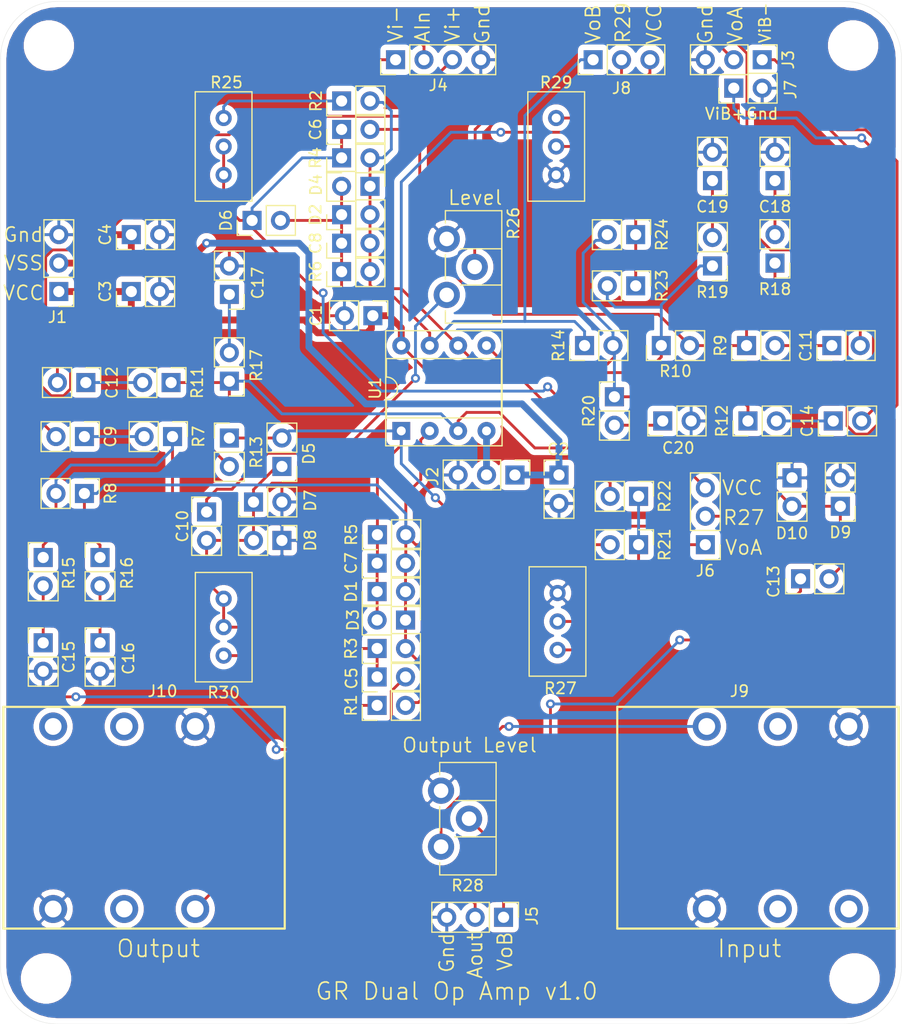
<source format=kicad_pcb>
(kicad_pcb (version 20171130) (host pcbnew "(5.1.2-1)-1")
  (layers (0 F.Cu signal) (31 B.Cu signal) (34 B.Paste user hide) (35 F.Paste user hide) (36 B.SilkS user hide) (37 F.SilkS user) (38 B.Mask user hide) (39 F.Mask user) (44 Edge.Cuts user))
  (net 0 "")
  (net 1 VCC)
  (net 2 GNDREF)
  (net 3 VSS)
  (net 4 "Net-(C10-Pad2)")
  (net 5 "Net-(C5-Pad2)")
  (net 6 "Net-(C13-Pad2)")
  (net 7 "Net-(C6-Pad2)")
  (net 8 /In1a-)
  (net 9 /Out1a)
  (net 10 /In1b-)
  (net 11 /Out1b)
  (net 12 "Net-(C9-Pad1)")
  (net 13 "Net-(C9-Pad2)")
  (net 14 "Net-(C10-Pad1)")
  (net 15 "Net-(C11-Pad1)")
  (net 16 "Net-(C11-Pad2)")
  (net 17 "Net-(C12-Pad1)")
  (net 18 "Net-(C12-Pad2)")
  (net 19 "Net-(C13-Pad1)")
  (net 20 "Net-(C14-Pad1)")
  (net 21 "Net-(C14-Pad2)")
  (net 22 "Net-(C15-Pad1)")
  (net 23 "Net-(C16-Pad1)")
  (net 24 "Net-(C17-Pad1)")
  (net 25 "Net-(C18-Pad1)")
  (net 26 "Net-(C19-Pad1)")
  (net 27 "Net-(C20-Pad1)")
  (net 28 "Net-(J2-Pad2)")
  (net 29 "Net-(J3-Pad2)")
  (net 30 "Net-(J4-Pad2)")
  (net 31 "Net-(J10-PadT)")
  (net 32 "Net-(J5-Pad1)")
  (net 33 "Net-(J6-Pad2)")
  (net 34 "Net-(J8-Pad2)")
  (net 35 "Net-(J9-PadR)")
  (net 36 "Net-(J9-PadRB)")
  (net 37 "Net-(J10-PadRB)")
  (net 38 "Net-(J10-PadR)")
  (net 39 "Net-(R1-Pad1)")
  (net 40 "Net-(R2-Pad1)")
  (net 41 /In1a+)
  (net 42 /In1b+)
  (net 43 "Net-(R21-Pad1)")
  (net 44 "Net-(R23-Pad1)")
  (module MountingHole:MountingHole_3.5mm (layer F.Cu) (at 92.329 49.022)
    (fp_text reference REF**)
    (fp_text value MountingHole_3.5mm)
    (pad "" np_thru_hole circle (at 0 -0.127) (size 3.500001 3.500001) (drill 3.500001) (layers *.Cu *.Mask))
  )
  (module MountingHole:MountingHole_3.5mm (layer F.Cu) (at 92.2528 132.207)
    (fp_text reference REF**)
    (fp_text value MountingHole_3.5mm)
    (pad "" np_thru_hole circle (at -0.1778 0) (size 3.500001 3.500001) (drill 3.500001) (layers *.Cu *.Mask))
  )
  (module MountingHole:MountingHole_3.5mm (layer F.Cu) (at 164.338 132.1308)
    (fp_text reference REF**)
    (fp_text value MountingHole_3.5mm)
    (pad "" np_thru_hole circle (at 0 0.0762) (size 3.500001 3.500001) (drill 3.500001) (layers *.Cu *.Mask))
  )
  (module MountingHole:MountingHole_3.5mm (layer F.Cu) (at 164.211 49.022)
    (fp_text reference REF**)
    (fp_text value MountingHole_3.5mm)
    (pad "" np_thru_hole circle (at 0 -0.127) (size 3.500001 3.500001) (drill 3.500001) (layers *.Cu *.Mask))
  )
  (module GR_OpAmp:Headphone_Jack_6.35mm (layer F.Cu) (at 157.48 117.856)
    (fp_text reference J9 (at -3.429 -11.303) (layer F.SilkS))
    (fp_text value RA49B14B)
    (pad SB thru_hole circle (at 6.35 8.15) (size 2.5 2.5) (drill 1.5) (layers *.Cu *.Mask))
    (pad RB thru_hole circle (at 0 8.15) (size 2.5 2.5) (drill 1.5) (layers *.Cu *.Mask) (net 36 "Net-(J9-PadRB)"))
    (pad TB thru_hole circle (at -6.35 8.15) (size 2.5 2.5) (drill 1.5) (layers *.Cu *.Mask) (net 2 GNDREF))
    (pad T thru_hole circle (at -6.35 -8.15) (size 2.5 2.5) (drill 1.5) (layers *.Cu *.Mask) (net 30 "Net-(J4-Pad2)"))
    (pad R thru_hole circle (at 0 -8.15) (size 2.5 2.5) (drill 1.5) (layers *.Cu *.Mask) (net 35 "Net-(J9-PadR)"))
    (pad S thru_hole circle (at 6.35 -8.15) (size 2.5 2.5) (drill 1.5) (layers *.Cu *.Mask) (net 2 GNDREF))
  )
  (module GR_OpAmp:Headphone_Jack_6.35mm (layer F.Cu) (at 99.06 117.856 180)
    (fp_text reference J10 (at -3.429 11.303) (layer F.SilkS))
    (fp_text value RA49B14B)
    (pad SB thru_hole circle (at 6.35 8.15 180) (size 2.5 2.5) (drill 1.5) (layers *.Cu *.Mask))
    (pad RB thru_hole circle (at 0 8.15 180) (size 2.5 2.5) (drill 1.5) (layers *.Cu *.Mask) (net 37 "Net-(J10-PadRB)"))
    (pad TB thru_hole circle (at -6.35 8.15 180) (size 2.5 2.5) (drill 1.5) (layers *.Cu *.Mask) (net 2 GNDREF))
    (pad T thru_hole circle (at -6.35 -8.15 180) (size 2.5 2.5) (drill 1.5) (layers *.Cu *.Mask) (net 31 "Net-(J10-PadT)"))
    (pad R thru_hole circle (at 0 -8.15 180) (size 2.5 2.5) (drill 1.5) (layers *.Cu *.Mask) (net 38 "Net-(J10-PadR)"))
    (pad S thru_hole circle (at 6.35 -8.15 180) (size 2.5 2.5) (drill 1.5) (layers *.Cu *.Mask) (net 2 GNDREF))
  )
  (module Potentiometer_THT:Potentiometer_ACP_CA9-H2,5_Horizontal (layer F.Cu) (at 127.381 115.443)
    (fp_text reference R28 (at 2.373 8.469 180) (layer F.SilkS))
    (fp_text value R_POT_US)
    (pad 1 thru_hole circle (at 0 0) (size 2.34 2.34) (drill 1.3) (layers *.Cu *.Mask) (net 2 GNDREF))
    (pad 2 thru_hole circle (at 2.5 2.5) (size 2.34 2.34) (drill 1.3) (layers *.Cu *.Mask) (net 32 "Net-(J5-Pad1)"))
    (pad 3 thru_hole circle (at 0 5) (size 2.34 2.34) (drill 1.3) (layers *.Cu *.Mask) (net 19 "Net-(C13-Pad1)"))
  )
  (module Potentiometer_THT:Potentiometer_ACP_CA9-H2,5_Horizontal (layer F.Cu) (at 127.889 66.167)
    (fp_text reference R26 (at 5.969 -1.397 90) (layer F.SilkS))
    (fp_text value R_POT_US)
    (pad 1 thru_hole circle (at 0 0) (size 2.34 2.34) (drill 1.3) (layers *.Cu *.Mask) (net 2 GNDREF))
    (pad 2 thru_hole circle (at 2.5 2.5) (size 2.34 2.34) (drill 1.3) (layers *.Cu *.Mask) (net 29 "Net-(J3-Pad2)"))
    (pad 3 thru_hole circle (at 0 5) (size 2.34 2.34) (drill 1.3) (layers *.Cu *.Mask) (net 14 "Net-(C10-Pad1)"))
  )
  (module Connector_PinHeader_2.54mm:PinHeader_1x02_P2.54mm_Vertical (layer F.Cu) (at 121.285 73.025 270)
    (fp_text reference C1 (at 0 5.08 90) (layer F.SilkS))
    (fp_text value C_Small)
    (pad 1 thru_hole rect (at 0 0 270) (size 1.7 1.7) (drill 1) (layers *.Cu *.Mask) (net 1 VCC))
    (pad 2 thru_hole oval (at 0 2.54 270) (size 1.7 1.7) (drill 1) (layers *.Cu *.Mask) (net 2 GNDREF))
  )
  (module Connector_PinHeader_2.54mm:PinHeader_1x02_P2.54mm_Vertical (layer F.Cu) (at 137.922 87.249)
    (fp_text reference C2 (at -0.079601 -2.286) (layer F.SilkS))
    (fp_text value C_Small)
    (pad 2 thru_hole oval (at 0 2.54) (size 1.7 1.7) (drill 1) (layers *.Cu *.Mask) (net 2 GNDREF))
    (pad 1 thru_hole rect (at 0 0) (size 1.7 1.7) (drill 1) (layers *.Cu *.Mask) (net 3 VSS))
  )
  (module Connector_PinHeader_2.54mm:PinHeader_1x02_P2.54mm_Vertical (layer F.Cu) (at 99.695 70.866 90)
    (fp_text reference C3 (at 0 -2.33 90) (layer F.SilkS))
    (fp_text value C_Small)
    (pad 2 thru_hole oval (at 0 2.54 90) (size 1.7 1.7) (drill 1) (layers *.Cu *.Mask) (net 2 GNDREF))
    (pad 1 thru_hole rect (at 0 0 90) (size 1.7 1.7) (drill 1) (layers *.Cu *.Mask) (net 1 VCC))
  )
  (module Connector_PinHeader_2.54mm:PinHeader_1x02_P2.54mm_Vertical (layer F.Cu) (at 99.695 65.786 90)
    (fp_text reference C4 (at 0 -2.33 90) (layer F.SilkS))
    (fp_text value C_Small)
    (pad 1 thru_hole rect (at 0 0 90) (size 1.7 1.7) (drill 1) (layers *.Cu *.Mask) (net 3 VSS))
    (pad 2 thru_hole oval (at 0 2.54 90) (size 1.7 1.7) (drill 1) (layers *.Cu *.Mask) (net 2 GNDREF))
  )
  (module Connector_PinHeader_2.54mm:PinHeader_1x02_P2.54mm_Vertical (layer F.Cu) (at 121.666 105.283 90)
    (fp_text reference C5 (at -0.127 -2.286 90) (layer F.SilkS))
    (fp_text value C_Small)
    (pad 1 thru_hole rect (at 0 0 90) (size 1.7 1.7) (drill 1) (layers *.Cu *.Mask) (net 4 "Net-(C10-Pad2)"))
    (pad 2 thru_hole oval (at 0 2.54 90) (size 1.7 1.7) (drill 1) (layers *.Cu *.Mask) (net 5 "Net-(C5-Pad2)"))
  )
  (module Connector_PinHeader_2.54mm:PinHeader_1x02_P2.54mm_Vertical (layer F.Cu) (at 118.491 56.388 90)
    (fp_text reference C6 (at 0 -2.33 90) (layer F.SilkS))
    (fp_text value C_Small)
    (pad 1 thru_hole rect (at 0 0 90) (size 1.7 1.7) (drill 1) (layers *.Cu *.Mask) (net 6 "Net-(C13-Pad2)"))
    (pad 2 thru_hole oval (at 0 2.54 90) (size 1.7 1.7) (drill 1) (layers *.Cu *.Mask) (net 7 "Net-(C6-Pad2)"))
  )
  (module Connector_PinHeader_2.54mm:PinHeader_1x02_P2.54mm_Vertical (layer F.Cu) (at 121.666 95.123 90)
    (fp_text reference C7 (at 0 -2.33 90) (layer F.SilkS))
    (fp_text value C_Small)
    (pad 2 thru_hole oval (at 0 2.54 90) (size 1.7 1.7) (drill 1) (layers *.Cu *.Mask) (net 8 /In1a-))
    (pad 1 thru_hole rect (at 0 0 90) (size 1.7 1.7) (drill 1) (layers *.Cu *.Mask) (net 9 /Out1a))
  )
  (module Connector_PinHeader_2.54mm:PinHeader_1x02_P2.54mm_Vertical (layer F.Cu) (at 118.491 66.548 90)
    (fp_text reference C8 (at 0 -2.33 90) (layer F.SilkS))
    (fp_text value C_Small)
    (pad 2 thru_hole oval (at 0 2.54 90) (size 1.7 1.7) (drill 1) (layers *.Cu *.Mask) (net 10 /In1b-))
    (pad 1 thru_hole rect (at 0 0 90) (size 1.7 1.7) (drill 1) (layers *.Cu *.Mask) (net 11 /Out1b))
  )
  (module Connector_PinHeader_2.54mm:PinHeader_1x02_P2.54mm_Vertical (layer F.Cu) (at 95.504 83.82 270)
    (fp_text reference C9 (at 0 -2.33 90) (layer F.SilkS))
    (fp_text value C_Small)
    (pad 1 thru_hole rect (at 0 0 270) (size 1.7 1.7) (drill 1) (layers *.Cu *.Mask) (net 12 "Net-(C9-Pad1)"))
    (pad 2 thru_hole oval (at 0 2.54 270) (size 1.7 1.7) (drill 1) (layers *.Cu *.Mask) (net 13 "Net-(C9-Pad2)"))
  )
  (module Connector_PinHeader_2.54mm:PinHeader_1x02_P2.54mm_Vertical (layer F.Cu) (at 106.426 90.551)
    (fp_text reference C10 (at -2.159 1.27 90) (layer F.SilkS))
    (fp_text value C_Small)
    (pad 2 thru_hole oval (at 0 2.54) (size 1.7 1.7) (drill 1) (layers *.Cu *.Mask) (net 4 "Net-(C10-Pad2)"))
    (pad 1 thru_hole rect (at 0 0) (size 1.7 1.7) (drill 1) (layers *.Cu *.Mask) (net 14 "Net-(C10-Pad1)"))
  )
  (module Connector_PinHeader_2.54mm:PinHeader_1x02_P2.54mm_Vertical (layer F.Cu) (at 162.306 75.692 90)
    (fp_text reference C11 (at 0 -2.33 90) (layer F.SilkS))
    (fp_text value C_Small)
    (pad 1 thru_hole rect (at 0 0 90) (size 1.7 1.7) (drill 1) (layers *.Cu *.Mask) (net 15 "Net-(C11-Pad1)"))
    (pad 2 thru_hole oval (at 0 2.54 90) (size 1.7 1.7) (drill 1) (layers *.Cu *.Mask) (net 16 "Net-(C11-Pad2)"))
  )
  (module Connector_PinHeader_2.54mm:PinHeader_1x02_P2.54mm_Vertical (layer F.Cu) (at 95.631 78.994 270)
    (fp_text reference C12 (at 0 -2.33 90) (layer F.SilkS))
    (fp_text value C_Small)
    (pad 1 thru_hole rect (at 0 0 270) (size 1.7 1.7) (drill 1) (layers *.Cu *.Mask) (net 17 "Net-(C12-Pad1)"))
    (pad 2 thru_hole oval (at 0 2.54 270) (size 1.7 1.7) (drill 1) (layers *.Cu *.Mask) (net 18 "Net-(C12-Pad2)"))
  )
  (module Connector_PinHeader_2.54mm:PinHeader_1x02_P2.54mm_Vertical (layer F.Cu) (at 159.512 96.52 90)
    (fp_text reference C13 (at -0.254 -2.413 90) (layer F.SilkS))
    (fp_text value C_Small)
    (pad 2 thru_hole oval (at 0 2.54 90) (size 1.7 1.7) (drill 1) (layers *.Cu *.Mask) (net 6 "Net-(C13-Pad2)"))
    (pad 1 thru_hole rect (at 0 0 90) (size 1.7 1.7) (drill 1) (layers *.Cu *.Mask) (net 19 "Net-(C13-Pad1)"))
  )
  (module Connector_PinHeader_2.54mm:PinHeader_1x02_P2.54mm_Vertical (layer F.Cu) (at 162.433 82.423 90)
    (fp_text reference C14 (at 0 -2.33 90) (layer F.SilkS))
    (fp_text value C_Small)
    (pad 1 thru_hole rect (at 0 0 90) (size 1.7 1.7) (drill 1) (layers *.Cu *.Mask) (net 20 "Net-(C14-Pad1)"))
    (pad 2 thru_hole oval (at 0 2.54 90) (size 1.7 1.7) (drill 1) (layers *.Cu *.Mask) (net 21 "Net-(C14-Pad2)"))
  )
  (module Connector_PinHeader_2.54mm:PinHeader_1x02_P2.54mm_Vertical (layer F.Cu) (at 91.821 102.235)
    (fp_text reference C15 (at 2.286 1.27 90) (layer F.SilkS))
    (fp_text value C_Small)
    (pad 1 thru_hole rect (at 0 0) (size 1.7 1.7) (drill 1) (layers *.Cu *.Mask) (net 22 "Net-(C15-Pad1)"))
    (pad 2 thru_hole oval (at 0 2.54) (size 1.7 1.7) (drill 1) (layers *.Cu *.Mask) (net 2 GNDREF))
  )
  (module Connector_PinHeader_2.54mm:PinHeader_1x02_P2.54mm_Vertical (layer F.Cu) (at 96.901 102.235)
    (fp_text reference C16 (at 2.54 1.397 90) (layer F.SilkS))
    (fp_text value C_Small)
    (pad 1 thru_hole rect (at 0 0) (size 1.7 1.7) (drill 1) (layers *.Cu *.Mask) (net 23 "Net-(C16-Pad1)"))
    (pad 2 thru_hole oval (at 0 2.54) (size 1.7 1.7) (drill 1) (layers *.Cu *.Mask) (net 2 GNDREF))
  )
  (module Connector_PinHeader_2.54mm:PinHeader_1x02_P2.54mm_Vertical (layer F.Cu) (at 108.458 71.12 180)
    (fp_text reference C17 (at -2.54 1.016 90) (layer F.SilkS))
    (fp_text value C_Small)
    (pad 2 thru_hole oval (at 0 2.54 180) (size 1.7 1.7) (drill 1) (layers *.Cu *.Mask) (net 2 GNDREF))
    (pad 1 thru_hole rect (at 0 0 180) (size 1.7 1.7) (drill 1) (layers *.Cu *.Mask) (net 24 "Net-(C17-Pad1)"))
  )
  (module Connector_PinHeader_2.54mm:PinHeader_1x02_P2.54mm_Vertical (layer F.Cu) (at 157.226 60.96 180)
    (fp_text reference C18 (at 0 -2.33) (layer F.SilkS))
    (fp_text value C_Small)
    (pad 1 thru_hole rect (at 0 0 180) (size 1.7 1.7) (drill 1) (layers *.Cu *.Mask) (net 25 "Net-(C18-Pad1)"))
    (pad 2 thru_hole oval (at 0 2.54 180) (size 1.7 1.7) (drill 1) (layers *.Cu *.Mask) (net 2 GNDREF))
  )
  (module Connector_PinHeader_2.54mm:PinHeader_1x02_P2.54mm_Vertical (layer F.Cu) (at 151.638 60.96 180)
    (fp_text reference C19 (at 0 -2.33) (layer F.SilkS))
    (fp_text value C_Small)
    (pad 1 thru_hole rect (at 0 0 180) (size 1.7 1.7) (drill 1) (layers *.Cu *.Mask) (net 26 "Net-(C19-Pad1)"))
    (pad 2 thru_hole oval (at 0 2.54 180) (size 1.7 1.7) (drill 1) (layers *.Cu *.Mask) (net 2 GNDREF))
  )
  (module Connector_PinHeader_2.54mm:PinHeader_1x02_P2.54mm_Vertical (layer F.Cu) (at 147.193 82.423 90)
    (fp_text reference C20 (at -2.413 1.397 180) (layer F.SilkS))
    (fp_text value C_Small)
    (pad 1 thru_hole rect (at 0 0 90) (size 1.7 1.7) (drill 1) (layers *.Cu *.Mask) (net 27 "Net-(C20-Pad1)"))
    (pad 2 thru_hole oval (at 0 2.54 90) (size 1.7 1.7) (drill 1) (layers *.Cu *.Mask) (net 2 GNDREF))
  )
  (module Connector_PinHeader_2.54mm:PinHeader_1x02_P2.54mm_Vertical (layer F.Cu) (at 121.666 97.663 90)
    (fp_text reference D1 (at 0 -2.33 90) (layer F.SilkS))
    (fp_text value D_Small_ALT)
    (pad 1 thru_hole rect (at 0 0 90) (size 1.7 1.7) (drill 1) (layers *.Cu *.Mask) (net 9 /Out1a))
    (pad 2 thru_hole oval (at 0 2.54 90) (size 1.7 1.7) (drill 1) (layers *.Cu *.Mask) (net 8 /In1a-))
  )
  (module Connector_PinHeader_2.54mm:PinHeader_1x02_P2.54mm_Vertical (layer F.Cu) (at 118.491 64.008 90)
    (fp_text reference D2 (at 0 -2.33 90) (layer F.SilkS))
    (fp_text value D_Small_ALT)
    (pad 2 thru_hole oval (at 0 2.54 90) (size 1.7 1.7) (drill 1) (layers *.Cu *.Mask) (net 10 /In1b-))
    (pad 1 thru_hole rect (at 0 0 90) (size 1.7 1.7) (drill 1) (layers *.Cu *.Mask) (net 11 /Out1b))
  )
  (module Connector_PinHeader_2.54mm:PinHeader_1x02_P2.54mm_Vertical (layer F.Cu) (at 124.206 100.203 270)
    (fp_text reference D3 (at 0 4.699 90) (layer F.SilkS))
    (fp_text value D_Small_ALT)
    (pad 2 thru_hole oval (at 0 2.54 270) (size 1.7 1.7) (drill 1) (layers *.Cu *.Mask) (net 9 /Out1a))
    (pad 1 thru_hole rect (at 0 0 270) (size 1.7 1.7) (drill 1) (layers *.Cu *.Mask) (net 8 /In1a-))
  )
  (module Connector_PinHeader_2.54mm:PinHeader_1x02_P2.54mm_Vertical (layer F.Cu) (at 121.031 61.468 270)
    (fp_text reference D4 (at -0.127 4.826 90) (layer F.SilkS))
    (fp_text value D_Small_ALT)
    (pad 1 thru_hole rect (at 0 0 270) (size 1.7 1.7) (drill 1) (layers *.Cu *.Mask) (net 10 /In1b-))
    (pad 2 thru_hole oval (at 0 2.54 270) (size 1.7 1.7) (drill 1) (layers *.Cu *.Mask) (net 11 /Out1b))
  )
  (module Connector_PinHeader_2.54mm:PinHeader_1x02_P2.54mm_Vertical (layer F.Cu) (at 113.157 86.487 180)
    (fp_text reference D5 (at -2.413 1.143 90) (layer F.SilkS))
    (fp_text value D_Small_ALT)
    (pad 2 thru_hole oval (at 0 2.54 180) (size 1.7 1.7) (drill 1) (layers *.Cu *.Mask) (net 9 /Out1a))
    (pad 1 thru_hole rect (at 0 0 180) (size 1.7 1.7) (drill 1) (layers *.Cu *.Mask) (net 4 "Net-(C10-Pad2)"))
  )
  (module Connector_PinHeader_2.54mm:PinHeader_1x02_P2.54mm_Vertical (layer F.Cu) (at 110.49 64.516 90)
    (fp_text reference D6 (at 0 -2.33 90) (layer F.SilkS))
    (fp_text value D_Small_ALT)
    (pad 1 thru_hole rect (at 0 0 90) (size 1.7 1.7) (drill 1) (layers *.Cu *.Mask) (net 6 "Net-(C13-Pad2)"))
    (pad 2 thru_hole oval (at 0 2.54 90) (size 1.7 1.7) (drill 1) (layers *.Cu *.Mask) (net 11 /Out1b))
  )
  (module Connector_PinHeader_2.54mm:PinHeader_1x02_P2.54mm_Vertical (layer F.Cu) (at 110.617 89.662 90)
    (fp_text reference D7 (at 0.127 5.08 90) (layer F.SilkS))
    (fp_text value D_Small_ALT)
    (pad 1 thru_hole rect (at 0 0 90) (size 1.7 1.7) (drill 1) (layers *.Cu *.Mask) (net 4 "Net-(C10-Pad2)"))
    (pad 2 thru_hole oval (at 0 2.54 90) (size 1.7 1.7) (drill 1) (layers *.Cu *.Mask) (net 2 GNDREF))
  )
  (module Connector_PinHeader_2.54mm:PinHeader_1x02_P2.54mm_Vertical (layer F.Cu) (at 113.157 93.091 270)
    (fp_text reference D8 (at 0 -2.54 90) (layer F.SilkS))
    (fp_text value D_Small_ALT)
    (pad 1 thru_hole rect (at 0 0 270) (size 1.7 1.7) (drill 1) (layers *.Cu *.Mask) (net 2 GNDREF))
    (pad 2 thru_hole oval (at 0 2.54 270) (size 1.7 1.7) (drill 1) (layers *.Cu *.Mask) (net 4 "Net-(C10-Pad2)"))
  )
  (module Connector_PinHeader_2.54mm:PinHeader_1x02_P2.54mm_Vertical (layer F.Cu) (at 163.068 90.043 180)
    (fp_text reference D9 (at 0 -2.33) (layer F.SilkS))
    (fp_text value D_Small_ALT)
    (pad 2 thru_hole oval (at 0 2.54 180) (size 1.7 1.7) (drill 1) (layers *.Cu *.Mask) (net 2 GNDREF))
    (pad 1 thru_hole rect (at 0 0 180) (size 1.7 1.7) (drill 1) (layers *.Cu *.Mask) (net 6 "Net-(C13-Pad2)"))
  )
  (module Connector_PinHeader_2.54mm:PinHeader_1x02_P2.54mm_Vertical (layer F.Cu) (at 158.75 87.503)
    (fp_text reference D10 (at 0 4.953) (layer F.SilkS))
    (fp_text value D_Small_ALT)
    (pad 1 thru_hole rect (at 0 0) (size 1.7 1.7) (drill 1) (layers *.Cu *.Mask) (net 2 GNDREF))
    (pad 2 thru_hole oval (at 0 2.54) (size 1.7 1.7) (drill 1) (layers *.Cu *.Mask) (net 6 "Net-(C13-Pad2)"))
  )
  (module Connector_PinHeader_2.54mm:PinHeader_1x03_P2.54mm_Vertical (layer F.Cu) (at 93.218 70.866 180)
    (fp_text reference J1 (at 0.127 -2.286) (layer F.SilkS))
    (fp_text value Conn_01x03)
    (pad 1 thru_hole rect (at 0 0 180) (size 1.7 1.7) (drill 1) (layers *.Cu *.Mask) (net 1 VCC))
    (pad 2 thru_hole oval (at 0 2.54 180) (size 1.7 1.7) (drill 1) (layers *.Cu *.Mask) (net 3 VSS))
    (pad 3 thru_hole oval (at 0 5.08 180) (size 1.7 1.7) (drill 1) (layers *.Cu *.Mask) (net 2 GNDREF))
  )
  (module Connector_PinHeader_2.54mm:PinHeader_1x03_P2.54mm_Vertical (layer F.Cu) (at 133.985 87.249 270)
    (fp_text reference J2 (at 0.127 7.366 90) (layer F.SilkS))
    (fp_text value Conn_01x03)
    (pad 1 thru_hole rect (at 0 0 270) (size 1.7 1.7) (drill 1) (layers *.Cu *.Mask) (net 3 VSS))
    (pad 2 thru_hole oval (at 0 2.54 270) (size 1.7 1.7) (drill 1) (layers *.Cu *.Mask) (net 28 "Net-(J2-Pad2)"))
    (pad 3 thru_hole oval (at 0 5.08 270) (size 1.7 1.7) (drill 1) (layers *.Cu *.Mask) (net 2 GNDREF))
  )
  (module Connector_PinHeader_2.54mm:PinHeader_1x03_P2.54mm_Vertical (layer F.Cu) (at 156.083 50.165 270)
    (fp_text reference J3 (at 0 -2.33 90) (layer F.SilkS))
    (fp_text value Conn_01x03)
    (pad 1 thru_hole rect (at 0 0 270) (size 1.7 1.7) (drill 1) (layers *.Cu *.Mask) (net 16 "Net-(C11-Pad2)"))
    (pad 2 thru_hole oval (at 0 2.54 270) (size 1.7 1.7) (drill 1) (layers *.Cu *.Mask) (net 29 "Net-(J3-Pad2)"))
    (pad 3 thru_hole oval (at 0 5.08 270) (size 1.7 1.7) (drill 1) (layers *.Cu *.Mask) (net 2 GNDREF))
  )
  (module Connector_PinHeader_2.54mm:PinHeader_1x04_P2.54mm_Vertical (layer F.Cu) (at 123.317 50.165 90)
    (fp_text reference J4 (at -2.286 3.81 180) (layer F.SilkS))
    (fp_text value Conn_01x04)
    (pad 1 thru_hole rect (at 0 0 90) (size 1.7 1.7) (drill 1) (layers *.Cu *.Mask) (net 13 "Net-(C9-Pad2)"))
    (pad 2 thru_hole oval (at 0 2.54 90) (size 1.7 1.7) (drill 1) (layers *.Cu *.Mask) (net 30 "Net-(J4-Pad2)"))
    (pad 3 thru_hole oval (at 0 5.08 90) (size 1.7 1.7) (drill 1) (layers *.Cu *.Mask) (net 18 "Net-(C12-Pad2)"))
    (pad 4 thru_hole oval (at 0 7.62 90) (size 1.7 1.7) (drill 1) (layers *.Cu *.Mask) (net 2 GNDREF))
  )
  (module Connector_PinHeader_2.54mm:PinHeader_1x03_P2.54mm_Vertical (layer F.Cu) (at 132.969 126.746 270)
    (fp_text reference J5 (at -0.127 -2.54 90) (layer F.SilkS))
    (fp_text value Conn_01x03)
    (pad 3 thru_hole oval (at 0 5.08 270) (size 1.7 1.7) (drill 1) (layers *.Cu *.Mask) (net 2 GNDREF))
    (pad 2 thru_hole oval (at 0 2.54 270) (size 1.7 1.7) (drill 1) (layers *.Cu *.Mask) (net 31 "Net-(J10-PadT)"))
    (pad 1 thru_hole rect (at 0 0 270) (size 1.7 1.7) (drill 1) (layers *.Cu *.Mask) (net 32 "Net-(J5-Pad1)"))
  )
  (module Connector_PinHeader_2.54mm:PinHeader_1x03_P2.54mm_Vertical (layer F.Cu) (at 151.003 93.472 180)
    (fp_text reference J6 (at 0 -2.33) (layer F.SilkS))
    (fp_text value Conn_01x03)
    (pad 3 thru_hole oval (at 0 5.08 180) (size 1.7 1.7) (drill 1) (layers *.Cu *.Mask) (net 1 VCC))
    (pad 2 thru_hole oval (at 0 2.54 180) (size 1.7 1.7) (drill 1) (layers *.Cu *.Mask) (net 33 "Net-(J6-Pad2)"))
    (pad 1 thru_hole rect (at 0 0 180) (size 1.7 1.7) (drill 1) (layers *.Cu *.Mask) (net 9 /Out1a))
  )
  (module Connector_PinHeader_2.54mm:PinHeader_1x02_P2.54mm_Vertical (layer F.Cu) (at 153.543 52.705 90)
    (fp_text reference J7 (at -0.127 5.08 270) (layer F.SilkS))
    (fp_text value Conn_01x02)
    (pad 1 thru_hole rect (at 0 0 90) (size 1.7 1.7) (drill 1) (layers *.Cu *.Mask) (net 21 "Net-(C14-Pad2)"))
    (pad 2 thru_hole oval (at 0 2.54 90) (size 1.7 1.7) (drill 1) (layers *.Cu *.Mask) (net 2 GNDREF))
  )
  (module Connector_PinHeader_2.54mm:PinHeader_1x03_P2.54mm_Vertical (layer F.Cu) (at 140.97 50.165 90)
    (fp_text reference J8 (at -2.54 2.54 180) (layer F.SilkS))
    (fp_text value Conn_01x03)
    (pad 3 thru_hole oval (at 0 5.08 90) (size 1.7 1.7) (drill 1) (layers *.Cu *.Mask) (net 1 VCC))
    (pad 2 thru_hole oval (at 0 2.54 90) (size 1.7 1.7) (drill 1) (layers *.Cu *.Mask) (net 34 "Net-(J8-Pad2)"))
    (pad 1 thru_hole rect (at 0 0 90) (size 1.7 1.7) (drill 1) (layers *.Cu *.Mask) (net 11 /Out1b))
  )
  (module Connector_PinHeader_2.54mm:PinHeader_1x02_P2.54mm_Vertical (layer F.Cu) (at 121.666 107.823 90)
    (fp_text reference R1 (at 0 -2.33 90) (layer F.SilkS))
    (fp_text value R_Small_US)
    (pad 1 thru_hole rect (at 0 0 90) (size 1.7 1.7) (drill 1) (layers *.Cu *.Mask) (net 39 "Net-(R1-Pad1)"))
    (pad 2 thru_hole oval (at 0 2.54 90) (size 1.7 1.7) (drill 1) (layers *.Cu *.Mask) (net 8 /In1a-))
  )
  (module Connector_PinHeader_2.54mm:PinHeader_1x02_P2.54mm_Vertical (layer F.Cu) (at 118.491 53.848 90)
    (fp_text reference R2 (at 0 -2.286 90) (layer F.SilkS))
    (fp_text value R_Small_US)
    (pad 1 thru_hole rect (at 0 0 90) (size 1.7 1.7) (drill 1) (layers *.Cu *.Mask) (net 40 "Net-(R2-Pad1)"))
    (pad 2 thru_hole oval (at 0 2.54 90) (size 1.7 1.7) (drill 1) (layers *.Cu *.Mask) (net 10 /In1b-))
  )
  (module Connector_PinHeader_2.54mm:PinHeader_1x02_P2.54mm_Vertical (layer F.Cu) (at 121.666 102.743 90)
    (fp_text reference R3 (at 0 -2.33 90) (layer F.SilkS))
    (fp_text value R_Small_US)
    (pad 1 thru_hole rect (at 0 0 90) (size 1.7 1.7) (drill 1) (layers *.Cu *.Mask) (net 4 "Net-(C10-Pad2)"))
    (pad 2 thru_hole oval (at 0 2.54 90) (size 1.7 1.7) (drill 1) (layers *.Cu *.Mask) (net 8 /In1a-))
  )
  (module Connector_PinHeader_2.54mm:PinHeader_1x02_P2.54mm_Vertical (layer F.Cu) (at 118.491 58.928 90)
    (fp_text reference R4 (at 0 -2.33 90) (layer F.SilkS))
    (fp_text value R_Small_US)
    (pad 2 thru_hole oval (at 0 2.54 90) (size 1.7 1.7) (drill 1) (layers *.Cu *.Mask) (net 10 /In1b-))
    (pad 1 thru_hole rect (at 0 0 90) (size 1.7 1.7) (drill 1) (layers *.Cu *.Mask) (net 6 "Net-(C13-Pad2)"))
  )
  (module Connector_PinHeader_2.54mm:PinHeader_1x02_P2.54mm_Vertical (layer F.Cu) (at 121.6914 92.583 90)
    (fp_text reference R5 (at 0 -2.33 90) (layer F.SilkS))
    (fp_text value R_Small_US)
    (pad 1 thru_hole rect (at 0 0 90) (size 1.7 1.7) (drill 1) (layers *.Cu *.Mask) (net 9 /Out1a))
    (pad 2 thru_hole oval (at 0 2.54 90) (size 1.7 1.7) (drill 1) (layers *.Cu *.Mask) (net 8 /In1a-))
  )
  (module Connector_PinHeader_2.54mm:PinHeader_1x02_P2.54mm_Vertical (layer F.Cu) (at 118.491 69.088 90)
    (fp_text reference R6 (at 0 -2.33 90) (layer F.SilkS))
    (fp_text value R_Small_US)
    (pad 1 thru_hole rect (at 0 0 90) (size 1.7 1.7) (drill 1) (layers *.Cu *.Mask) (net 11 /Out1b))
    (pad 2 thru_hole oval (at 0 2.54 90) (size 1.7 1.7) (drill 1) (layers *.Cu *.Mask) (net 10 /In1b-))
  )
  (module Connector_PinHeader_2.54mm:PinHeader_1x02_P2.54mm_Vertical (layer F.Cu) (at 103.378 83.82 270)
    (fp_text reference R7 (at 0 -2.33 90) (layer F.SilkS))
    (fp_text value R_Small_US)
    (pad 2 thru_hole oval (at 0 2.54 270) (size 1.7 1.7) (drill 1) (layers *.Cu *.Mask) (net 12 "Net-(C9-Pad1)"))
    (pad 1 thru_hole rect (at 0 0 270) (size 1.7 1.7) (drill 1) (layers *.Cu *.Mask) (net 5 "Net-(C5-Pad2)"))
  )
  (module Connector_PinHeader_2.54mm:PinHeader_1x02_P2.54mm_Vertical (layer F.Cu) (at 95.504 88.9 270)
    (fp_text reference R8 (at 0 -2.33 90) (layer F.SilkS))
    (fp_text value R_Small_US)
    (pad 2 thru_hole oval (at 0 2.54 270) (size 1.7 1.7) (drill 1) (layers *.Cu *.Mask) (net 5 "Net-(C5-Pad2)"))
    (pad 1 thru_hole rect (at 0 0 270) (size 1.7 1.7) (drill 1) (layers *.Cu *.Mask) (net 8 /In1a-))
  )
  (module Connector_PinHeader_2.54mm:PinHeader_1x02_P2.54mm_Vertical (layer F.Cu) (at 154.686 75.692 90)
    (fp_text reference R9 (at 0 -2.33 90) (layer F.SilkS))
    (fp_text value R_Small_US)
    (pad 2 thru_hole oval (at 0 2.54 90) (size 1.7 1.7) (drill 1) (layers *.Cu *.Mask) (net 15 "Net-(C11-Pad1)"))
    (pad 1 thru_hole rect (at 0 0 90) (size 1.7 1.7) (drill 1) (layers *.Cu *.Mask) (net 7 "Net-(C6-Pad2)"))
  )
  (module Connector_PinHeader_2.54mm:PinHeader_1x02_P2.54mm_Vertical (layer F.Cu) (at 147.066 75.692 90)
    (fp_text reference R10 (at -2.286 1.27 180) (layer F.SilkS))
    (fp_text value R_Small_US)
    (pad 2 thru_hole oval (at 0 2.54 90) (size 1.7 1.7) (drill 1) (layers *.Cu *.Mask) (net 7 "Net-(C6-Pad2)"))
    (pad 1 thru_hole rect (at 0 0 90) (size 1.7 1.7) (drill 1) (layers *.Cu *.Mask) (net 10 /In1b-))
  )
  (module Connector_PinHeader_2.54mm:PinHeader_1x02_P2.54mm_Vertical (layer F.Cu) (at 103.251 78.994 270)
    (fp_text reference R11 (at 0 -2.33 90) (layer F.SilkS))
    (fp_text value R_Small_US)
    (pad 2 thru_hole oval (at 0 2.54 270) (size 1.7 1.7) (drill 1) (layers *.Cu *.Mask) (net 17 "Net-(C12-Pad1)"))
    (pad 1 thru_hole rect (at 0 0 270) (size 1.7 1.7) (drill 1) (layers *.Cu *.Mask) (net 41 /In1a+))
  )
  (module Connector_PinHeader_2.54mm:PinHeader_1x02_P2.54mm_Vertical (layer F.Cu) (at 154.813 82.423 90)
    (fp_text reference R12 (at 0 -2.33 90) (layer F.SilkS))
    (fp_text value R_Small_US)
    (pad 2 thru_hole oval (at 0 2.54 90) (size 1.7 1.7) (drill 1) (layers *.Cu *.Mask) (net 20 "Net-(C14-Pad1)"))
    (pad 1 thru_hole rect (at 0 0 90) (size 1.7 1.7) (drill 1) (layers *.Cu *.Mask) (net 42 /In1b+))
  )
  (module Connector_PinHeader_2.54mm:PinHeader_1x02_P2.54mm_Vertical (layer F.Cu) (at 108.458 83.947)
    (fp_text reference R13 (at 2.413 1.27 90) (layer F.SilkS))
    (fp_text value R_Small_US)
    (pad 2 thru_hole oval (at 0 2.54) (size 1.7 1.7) (drill 1) (layers *.Cu *.Mask) (net 41 /In1a+))
    (pad 1 thru_hole rect (at 0 0) (size 1.7 1.7) (drill 1) (layers *.Cu *.Mask) (net 9 /Out1a))
  )
  (module Connector_PinHeader_2.54mm:PinHeader_1x02_P2.54mm_Vertical (layer F.Cu) (at 140.208 75.692 90)
    (fp_text reference R14 (at 0 -2.33 90) (layer F.SilkS))
    (fp_text value R_Small_US)
    (pad 2 thru_hole oval (at 0 2.54 90) (size 1.7 1.7) (drill 1) (layers *.Cu *.Mask) (net 42 /In1b+))
    (pad 1 thru_hole rect (at 0 0 90) (size 1.7 1.7) (drill 1) (layers *.Cu *.Mask) (net 11 /Out1b))
  )
  (module Connector_PinHeader_2.54mm:PinHeader_1x02_P2.54mm_Vertical (layer F.Cu) (at 91.821 94.615)
    (fp_text reference R15 (at 2.286 1.397 90) (layer F.SilkS))
    (fp_text value R_Small_US)
    (pad 2 thru_hole oval (at 0 2.54) (size 1.7 1.7) (drill 1) (layers *.Cu *.Mask) (net 22 "Net-(C15-Pad1)"))
    (pad 1 thru_hole rect (at 0 0) (size 1.7 1.7) (drill 1) (layers *.Cu *.Mask) (net 5 "Net-(C5-Pad2)"))
  )
  (module Connector_PinHeader_2.54mm:PinHeader_1x02_P2.54mm_Vertical (layer F.Cu) (at 96.901 94.615)
    (fp_text reference R16 (at 2.413 1.397 90) (layer F.SilkS))
    (fp_text value R_Small_US)
    (pad 2 thru_hole oval (at 0 2.54) (size 1.7 1.7) (drill 1) (layers *.Cu *.Mask) (net 23 "Net-(C16-Pad1)"))
    (pad 1 thru_hole rect (at 0 0) (size 1.7 1.7) (drill 1) (layers *.Cu *.Mask) (net 8 /In1a-))
  )
  (module Connector_PinHeader_2.54mm:PinHeader_1x02_P2.54mm_Vertical (layer F.Cu) (at 108.458 78.867 180)
    (fp_text reference R17 (at -2.413 1.397 90) (layer F.SilkS))
    (fp_text value R_Small_US)
    (pad 1 thru_hole rect (at 0 0 180) (size 1.7 1.7) (drill 1) (layers *.Cu *.Mask) (net 41 /In1a+))
    (pad 2 thru_hole oval (at 0 2.54 180) (size 1.7 1.7) (drill 1) (layers *.Cu *.Mask) (net 24 "Net-(C17-Pad1)"))
  )
  (module Connector_PinHeader_2.54mm:PinHeader_1x02_P2.54mm_Vertical (layer F.Cu) (at 157.226 68.326 180)
    (fp_text reference R18 (at 0 -2.33) (layer F.SilkS))
    (fp_text value R_Small_US)
    (pad 2 thru_hole oval (at 0 2.54 180) (size 1.7 1.7) (drill 1) (layers *.Cu *.Mask) (net 25 "Net-(C18-Pad1)"))
    (pad 1 thru_hole rect (at 0 0 180) (size 1.7 1.7) (drill 1) (layers *.Cu *.Mask) (net 7 "Net-(C6-Pad2)"))
  )
  (module Connector_PinHeader_2.54mm:PinHeader_1x02_P2.54mm_Vertical (layer F.Cu) (at 151.638 68.58 180)
    (fp_text reference R19 (at 0 -2.33) (layer F.SilkS))
    (fp_text value R_Small_US)
    (pad 2 thru_hole oval (at 0 2.54 180) (size 1.7 1.7) (drill 1) (layers *.Cu *.Mask) (net 26 "Net-(C19-Pad1)"))
    (pad 1 thru_hole rect (at 0 0 180) (size 1.7 1.7) (drill 1) (layers *.Cu *.Mask) (net 10 /In1b-))
  )
  (module Connector_PinHeader_2.54mm:PinHeader_1x02_P2.54mm_Vertical (layer F.Cu) (at 142.875 80.264)
    (fp_text reference R20 (at -2.286 1.27 90) (layer F.SilkS))
    (fp_text value R_Small_US)
    (pad 2 thru_hole oval (at 0 2.54) (size 1.7 1.7) (drill 1) (layers *.Cu *.Mask) (net 27 "Net-(C20-Pad1)"))
    (pad 1 thru_hole rect (at 0 0) (size 1.7 1.7) (drill 1) (layers *.Cu *.Mask) (net 42 /In1b+))
  )
  (module Connector_PinHeader_2.54mm:PinHeader_1x02_P2.54mm_Vertical (layer F.Cu) (at 145.034 93.472 270)
    (fp_text reference R21 (at 0 -2.33 90) (layer F.SilkS))
    (fp_text value R_Small_US)
    (pad 2 thru_hole oval (at 0 2.54 270) (size 1.7 1.7) (drill 1) (layers *.Cu *.Mask) (net 8 /In1a-))
    (pad 1 thru_hole rect (at 0 0 270) (size 1.7 1.7) (drill 1) (layers *.Cu *.Mask) (net 43 "Net-(R21-Pad1)"))
  )
  (module Connector_PinHeader_2.54mm:PinHeader_1x02_P2.54mm_Vertical (layer F.Cu) (at 145.034 89.154 270)
    (fp_text reference R22 (at 0 -2.33 90) (layer F.SilkS))
    (fp_text value R_Small_US)
    (pad 1 thru_hole rect (at 0 0 270) (size 1.7 1.7) (drill 1) (layers *.Cu *.Mask) (net 43 "Net-(R21-Pad1)"))
    (pad 2 thru_hole oval (at 0 2.54 270) (size 1.7 1.7) (drill 1) (layers *.Cu *.Mask) (net 41 /In1a+))
  )
  (module Connector_PinHeader_2.54mm:PinHeader_1x02_P2.54mm_Vertical (layer F.Cu) (at 144.78 70.358 270)
    (fp_text reference R23 (at 0 -2.33 90) (layer F.SilkS))
    (fp_text value R_Small_US)
    (pad 2 thru_hole oval (at 0 2.54 270) (size 1.7 1.7) (drill 1) (layers *.Cu *.Mask) (net 10 /In1b-))
    (pad 1 thru_hole rect (at 0 0 270) (size 1.7 1.7) (drill 1) (layers *.Cu *.Mask) (net 44 "Net-(R23-Pad1)"))
  )
  (module Connector_PinHeader_2.54mm:PinHeader_1x02_P2.54mm_Vertical (layer F.Cu) (at 144.78 65.786 270)
    (fp_text reference R24 (at 0 -2.33 90) (layer F.SilkS))
    (fp_text value R_Small_US)
    (pad 1 thru_hole rect (at 0 0 270) (size 1.7 1.7) (drill 1) (layers *.Cu *.Mask) (net 44 "Net-(R23-Pad1)"))
    (pad 2 thru_hole oval (at 0 2.54 270) (size 1.7 1.7) (drill 1) (layers *.Cu *.Mask) (net 42 /In1b+))
  )
  (module Potentiometer_THT:Potentiometer_Bourns_3296W_Vertical (layer F.Cu) (at 107.95 60.452 270)
    (fp_text reference R25 (at -8.255 -0.254 180) (layer F.SilkS))
    (fp_text value R_POT_US)
    (pad 3 thru_hole circle (at -5.08 0 270) (size 1.44 1.44) (drill 0.8) (layers *.Cu *.Mask) (net 40 "Net-(R2-Pad1)"))
    (pad 2 thru_hole circle (at -2.54 0 270) (size 1.44 1.44) (drill 0.8) (layers *.Cu *.Mask) (net 6 "Net-(C13-Pad2)"))
    (pad 1 thru_hole circle (at 0 0 270) (size 1.44 1.44) (drill 0.8) (layers *.Cu *.Mask) (net 6 "Net-(C13-Pad2)"))
  )
  (module Potentiometer_THT:Potentiometer_Bourns_3296W_Vertical (layer F.Cu) (at 137.795 102.87 270)
    (fp_text reference R27 (at 3.429 -0.254 180) (layer F.SilkS))
    (fp_text value R_POT_US)
    (pad 3 thru_hole circle (at -5.08 0 270) (size 1.44 1.44) (drill 0.8) (layers *.Cu *.Mask) (net 2 GNDREF))
    (pad 2 thru_hole circle (at -2.54 0 270) (size 1.44 1.44) (drill 0.8) (layers *.Cu *.Mask) (net 43 "Net-(R21-Pad1)"))
    (pad 1 thru_hole circle (at 0 0 270) (size 1.44 1.44) (drill 0.8) (layers *.Cu *.Mask) (net 33 "Net-(J6-Pad2)"))
  )
  (module Potentiometer_THT:Potentiometer_Bourns_3296W_Vertical (layer F.Cu) (at 137.668 55.372 90)
    (fp_text reference R29 (at 3.175 0 180) (layer F.SilkS))
    (fp_text value R_POT_US)
    (pad 1 thru_hole circle (at 0 0 90) (size 1.44 1.44) (drill 0.8) (layers *.Cu *.Mask) (net 34 "Net-(J8-Pad2)"))
    (pad 2 thru_hole circle (at -2.54 0 90) (size 1.44 1.44) (drill 0.8) (layers *.Cu *.Mask) (net 44 "Net-(R23-Pad1)"))
    (pad 3 thru_hole circle (at -5.08 0 90) (size 1.44 1.44) (drill 0.8) (layers *.Cu *.Mask) (net 2 GNDREF))
  )
  (module Potentiometer_THT:Potentiometer_Bourns_3296W_Vertical (layer F.Cu) (at 107.95 98.298 90)
    (fp_text reference R30 (at -8.382 0 180) (layer F.SilkS))
    (fp_text value R_POT_US)
    (pad 1 thru_hole circle (at 0 0 90) (size 1.44 1.44) (drill 0.8) (layers *.Cu *.Mask) (net 4 "Net-(C10-Pad2)"))
    (pad 2 thru_hole circle (at -2.54 0 90) (size 1.44 1.44) (drill 0.8) (layers *.Cu *.Mask) (net 4 "Net-(C10-Pad2)"))
    (pad 3 thru_hole circle (at -5.08 0 90) (size 1.44 1.44) (drill 0.8) (layers *.Cu *.Mask) (net 39 "Net-(R1-Pad1)"))
  )
  (module Package_DIP:DIP-8_W7.62mm_Socket (layer F.Cu) (at 123.825 83.312 90)
    (fp_text reference U1 (at 3.81 -2.33 90) (layer F.SilkS))
    (fp_text value TL072)
    (pad 1 thru_hole rect (at 0 0 90) (size 1.6 1.6) (drill 0.8) (layers *.Cu *.Mask) (net 9 /Out1a))
    (pad 5 thru_hole oval (at 7.62 7.62 90) (size 1.6 1.6) (drill 0.8) (layers *.Cu *.Mask) (net 42 /In1b+))
    (pad 2 thru_hole oval (at 0 2.54 90) (size 1.6 1.6) (drill 0.8) (layers *.Cu *.Mask) (net 8 /In1a-))
    (pad 6 thru_hole oval (at 7.62 5.08 90) (size 1.6 1.6) (drill 0.8) (layers *.Cu *.Mask) (net 10 /In1b-))
    (pad 3 thru_hole oval (at 0 5.08 90) (size 1.6 1.6) (drill 0.8) (layers *.Cu *.Mask) (net 41 /In1a+))
    (pad 7 thru_hole oval (at 7.62 2.54 90) (size 1.6 1.6) (drill 0.8) (layers *.Cu *.Mask) (net 11 /Out1b))
    (pad 4 thru_hole oval (at 0 7.62 90) (size 1.6 1.6) (drill 0.8) (layers *.Cu *.Mask) (net 28 "Net-(J2-Pad2)"))
    (pad 8 thru_hole oval (at 7.62 0 90) (size 1.6 1.6) (drill 0.8) (layers *.Cu *.Mask) (net 1 VCC))
  )
  (gr_text "Gnd\n" (at 127.889 129.921 90) (layer F.SilkS) (effects (font (size 1.27 1.27))))
  (gr_text "Aout\n" (at 130.429 130.175 90) (layer F.SilkS) (effects (font (size 1.27 1.27))))
  (gr_text VoB (at 133.096 129.794 90) (layer F.SilkS) (effects (font (size 1.27 1.27))))
  (gr_text "Gnd\n" (at 156.083 54.991) (layer F.SilkS) (effects (font (size 1.016 1.016))))
  (gr_text ViB+ (at 152.781 54.991) (layer F.SilkS) (effects (font (size 1.016 1.016))))
  (gr_text "R27\n" (at 154.432 91.059) (layer F.SilkS) (effects (font (size 1.27 1.27))))
  (gr_text "R29\n" (at 143.637 46.863 90) (layer F.SilkS) (effects (font (size 1.27 1.27))))
  (gr_text "Gnd\n" (at 151.003 46.99 90) (layer F.SilkS) (effects (font (size 1.27 1.27))))
  (gr_text VoA (at 153.67 47.117 90) (layer F.SilkS) (effects (font (size 1.27 1.27))))
  (gr_text ViB- (at 156.337 46.863 90) (layer F.SilkS) (effects (font (size 1.016 1.016))))
  (gr_text VoA (at 154.432 93.726) (layer F.SilkS) (effects (font (size 1.27 1.27))))
  (gr_text VCC (at 154.305 88.392) (layer F.SilkS) (effects (font (size 1.27 1.27))))
  (gr_text VCC (at 146.431 46.99 90) (layer F.SilkS) (effects (font (size 1.27 1.27))))
  (gr_text VoB (at 140.97 46.99 90) (layer F.SilkS) (effects (font (size 1.27 1.27))))
  (gr_text VCC (at 90.043 70.993) (layer F.SilkS) (effects (font (size 1.27 1.27))))
  (gr_text VSS (at 90.043 68.326) (layer F.SilkS) (effects (font (size 1.27 1.27))))
  (gr_text "Gnd\n" (at 90.043 65.786) (layer F.SilkS) (effects (font (size 1.27 1.27))))
  (gr_text "Gnd\n" (at 131.064 46.99 90) (layer F.SilkS) (effects (font (size 1.27 1.27))))
  (gr_text Vi+ (at 128.397 46.99 90) (layer F.SilkS) (effects (font (size 1.27 1.27))))
  (gr_text AIn (at 125.73 47.244 90) (layer F.SilkS) (effects (font (size 1.27 1.27))))
  (gr_text Vi- (at 123.317 46.99 90) (layer F.SilkS) (effects (font (size 1.27 1.27))))
  (gr_text Level (at 130.429 62.484) (layer F.SilkS) (effects (font (size 1.27 1.27))))
  (gr_text "Output Level" (at 129.921 111.379) (layer F.SilkS) (effects (font (size 1.27 1.27))))
  (gr_text "GR Dual Op Amp v1.0" (at 128.778 133.35) (layer F.SilkS) (effects (font (size 1.524 1.524))))
  (gr_text Output (at 102.108 129.54) (layer F.SilkS) (effects (font (size 1.524 1.524))))
  (gr_text Input (at 154.94 129.54) (layer F.SilkS) (effects (font (size 1.524 1.524))))
  (gr_arc (start 93.091 131.191) (end 88.011 131.191) (angle -90) (layer Edge.Cuts) (width 0.0254))
  (gr_arc (start 163.449 131.191) (end 163.449 136.271) (angle -90) (layer Edge.Cuts) (width 0.0254))
  (gr_arc (start 163.449 50.038) (end 168.529 50.038) (angle -90) (layer Edge.Cuts) (width 0.0254))
  (gr_arc (start 93.091 50.038) (end 93.091 44.958) (angle -90) (layer Edge.Cuts) (width 0.0254))
  (gr_line (start 88.011 131.191) (end 88.011 50.038) (layer Edge.Cuts) (width 0.0254))
  (gr_line (start 163.449 136.271) (end 93.091 136.271) (layer Edge.Cuts) (width 0.0254))
  (gr_line (start 168.529 50.038) (end 168.529 131.191) (layer Edge.Cuts) (width 0.0254))
  (gr_line (start 93.091 44.958) (end 163.449 44.958) (layer Edge.Cuts) (width 0.0254))
  (segment (start 93.218 70.866) (end 99.695 70.866) (width 0.6096) (layer F.Cu) (net 1))
  (segment (start 146.05 51.367081) (end 140.775081 56.642) (width 0.254) (layer F.Cu) (net 1))
  (segment (start 146.05 50.165) (end 146.05 51.367081) (width 0.254) (layer F.Cu) (net 1))
  (segment (start 140.775081 56.642) (end 132.715 56.642) (width 0.254) (layer F.Cu) (net 1))
  (segment (start 132.715 56.642) (end 132.715 56.642) (width 0.254) (layer F.Cu) (net 1))
  (via (at 132.715 56.642) (size 0.8) (drill 0.4) (layers F.Cu B.Cu) (net 1))
  (segment (start 123.825 61.087) (end 123.825 75.692) (width 0.254) (layer B.Cu) (net 1))
  (segment (start 128.27 56.642) (end 123.825 61.087) (width 0.254) (layer B.Cu) (net 1))
  (segment (start 132.715 56.642) (end 128.27 56.642) (width 0.254) (layer B.Cu) (net 1))
  (segment (start 122.7446 73.025) (end 121.285 73.025) (width 0.6096) (layer F.Cu) (net 1))
  (segment (start 123.825 74.1054) (end 122.7446 73.025) (width 0.6096) (layer F.Cu) (net 1))
  (segment (start 123.825 75.692) (end 123.825 74.1054) (width 0.6096) (layer F.Cu) (net 1))
  (segment (start 124.624999 76.491999) (end 123.825 75.692) (width 0.254) (layer F.Cu) (net 1))
  (segment (start 126.965001 78.832001) (end 124.624999 76.491999) (width 0.254) (layer F.Cu) (net 1))
  (segment (start 134.712001 78.832001) (end 126.965001 78.832001) (width 0.254) (layer F.Cu) (net 1))
  (segment (start 141.097 85.217) (end 134.712001 78.832001) (width 0.254) (layer F.Cu) (net 1))
  (segment (start 147.828 85.217) (end 141.097 85.217) (width 0.254) (layer F.Cu) (net 1))
  (segment (start 151.003 88.392) (end 147.828 85.217) (width 0.254) (layer F.Cu) (net 1))
  (segment (start 121.158 74.168) (end 121.158 73.152) (width 0.6096) (layer F.Cu) (net 1))
  (segment (start 120.777 74.549) (end 121.158 74.168) (width 0.6096) (layer F.Cu) (net 1))
  (segment (start 116.332 74.549) (end 120.777 74.549) (width 0.6096) (layer F.Cu) (net 1))
  (segment (start 115.189 73.406) (end 116.332 74.549) (width 0.6096) (layer F.Cu) (net 1))
  (segment (start 99.695 72.39) (end 100.711 73.406) (width 0.6096) (layer F.Cu) (net 1))
  (segment (start 121.158 73.152) (end 121.285 73.025) (width 0.6096) (layer F.Cu) (net 1))
  (segment (start 100.711 73.406) (end 115.189 73.406) (width 0.6096) (layer F.Cu) (net 1))
  (segment (start 99.695 70.866) (end 99.695 72.39) (width 0.6096) (layer F.Cu) (net 1))
  (segment (start 93.218 68.326) (end 95.758 68.326) (width 0.6096) (layer F.Cu) (net 3))
  (segment (start 95.758 68.326) (end 98.298 65.786) (width 0.6096) (layer F.Cu) (net 3))
  (segment (start 98.298 65.786) (end 99.695 65.786) (width 0.6096) (layer F.Cu) (net 3))
  (via (at 106.426 66.548) (size 0.8) (drill 0.4) (layers F.Cu B.Cu) (net 3))
  (segment (start 133.985 87.249) (end 137.922 87.249) (width 0.6096) (layer B.Cu) (net 3))
  (segment (start 104.521 68.453) (end 106.426 66.548) (width 0.6096) (layer F.Cu) (net 3))
  (segment (start 100.9024 68.453) (end 104.521 68.453) (width 0.6096) (layer F.Cu) (net 3))
  (segment (start 99.695 67.2456) (end 100.9024 68.453) (width 0.6096) (layer F.Cu) (net 3))
  (segment (start 99.695 65.786) (end 99.695 67.2456) (width 0.6096) (layer F.Cu) (net 3))
  (segment (start 137.922 84.201) (end 137.922 87.249) (width 0.6096) (layer B.Cu) (net 3))
  (segment (start 134.62 80.899) (end 137.922 84.201) (width 0.6096) (layer B.Cu) (net 3))
  (segment (start 120.65 80.899) (end 134.62 80.899) (width 0.6096) (layer B.Cu) (net 3))
  (segment (start 115.57 75.819) (end 120.65 80.899) (width 0.6096) (layer B.Cu) (net 3))
  (segment (start 115.57 67.437) (end 115.57 75.819) (width 0.6096) (layer B.Cu) (net 3))
  (segment (start 114.681 66.548) (end 115.57 67.437) (width 0.6096) (layer B.Cu) (net 3))
  (segment (start 106.426 66.548) (end 114.681 66.548) (width 0.6096) (layer B.Cu) (net 3))
  (segment (start 121.666 104.179) (end 121.666 102.743) (width 0.254) (layer F.Cu) (net 4))
  (segment (start 121.666 105.283) (end 121.666 104.179) (width 0.254) (layer F.Cu) (net 4))
  (segment (start 107.95 100.838) (end 117.856 100.838) (width 0.254) (layer F.Cu) (net 4))
  (segment (start 119.761 102.743) (end 121.666 102.743) (width 0.254) (layer F.Cu) (net 4))
  (segment (start 117.856 100.838) (end 119.761 102.743) (width 0.254) (layer F.Cu) (net 4))
  (segment (start 107.95 99.819767) (end 107.95 98.298) (width 0.254) (layer F.Cu) (net 4))
  (segment (start 107.95 100.838) (end 107.95 99.819767) (width 0.254) (layer F.Cu) (net 4))
  (segment (start 106.426 96.774) (end 107.95 98.298) (width 0.254) (layer F.Cu) (net 4))
  (segment (start 106.426 93.091) (end 106.426 96.774) (width 0.254) (layer F.Cu) (net 4))
  (segment (start 106.426 93.091) (end 110.617 93.091) (width 0.254) (layer F.Cu) (net 4))
  (segment (start 112.688 86.487) (end 113.157 86.487) (width 0.254) (layer F.Cu) (net 4))
  (segment (start 110.617 88.558) (end 112.688 86.487) (width 0.254) (layer F.Cu) (net 4))
  (segment (start 110.617 89.662) (end 110.617 88.558) (width 0.254) (layer F.Cu) (net 4))
  (segment (start 110.617 89.662) (end 110.617 93.091) (width 0.254) (layer F.Cu) (net 4))
  (segment (start 91.821 93.511) (end 92.964 92.368) (width 0.254) (layer F.Cu) (net 5))
  (segment (start 91.821 94.615) (end 91.821 93.511) (width 0.254) (layer F.Cu) (net 5))
  (segment (start 92.964 92.368) (end 92.964 88.9) (width 0.254) (layer F.Cu) (net 5))
  (segment (start 103.378 102.997) (end 103.378 87.63) (width 0.254) (layer F.Cu) (net 5))
  (segment (start 115.062 105.283) (end 105.664 105.283) (width 0.254) (layer F.Cu) (net 5))
  (segment (start 103.378 87.63) (end 103.378 83.82) (width 0.254) (layer F.Cu) (net 5))
  (segment (start 119.507 109.728) (end 115.062 105.283) (width 0.254) (layer F.Cu) (net 5))
  (segment (start 122.301 109.728) (end 119.507 109.728) (width 0.254) (layer F.Cu) (net 5))
  (segment (start 105.664 105.283) (end 103.378 102.997) (width 0.254) (layer F.Cu) (net 5))
  (segment (start 122.936 109.093) (end 122.301 109.728) (width 0.254) (layer F.Cu) (net 5))
  (segment (start 122.936 106.553) (end 122.936 109.093) (width 0.254) (layer F.Cu) (net 5))
  (segment (start 124.206 105.283) (end 122.936 106.553) (width 0.254) (layer F.Cu) (net 5))
  (segment (start 92.964 87.697919) (end 94.301919 86.36) (width 0.254) (layer B.Cu) (net 5))
  (segment (start 92.964 88.9) (end 92.964 87.697919) (width 0.254) (layer B.Cu) (net 5))
  (segment (start 103.378 84.924) (end 103.378 83.82) (width 0.254) (layer B.Cu) (net 5))
  (segment (start 101.942 86.36) (end 103.378 84.924) (width 0.254) (layer B.Cu) (net 5))
  (segment (start 94.301919 86.36) (end 101.942 86.36) (width 0.254) (layer B.Cu) (net 5))
  (segment (start 107.95 63.08) (end 107.95 61.470233) (width 0.254) (layer F.Cu) (net 6))
  (segment (start 107.95 61.470233) (end 107.95 60.452) (width 0.254) (layer F.Cu) (net 6))
  (segment (start 109.386 64.516) (end 107.95 63.08) (width 0.254) (layer F.Cu) (net 6))
  (segment (start 110.49 64.516) (end 109.386 64.516) (width 0.254) (layer F.Cu) (net 6))
  (segment (start 107.95 58.930233) (end 107.95 60.452) (width 0.254) (layer F.Cu) (net 6))
  (segment (start 107.95 57.912) (end 107.95 58.930233) (width 0.254) (layer F.Cu) (net 6))
  (segment (start 118.491 57.492) (end 118.491 58.928) (width 0.254) (layer F.Cu) (net 6))
  (segment (start 118.491 56.388) (end 118.491 57.492) (width 0.254) (layer F.Cu) (net 6))
  (segment (start 159.952081 90.043) (end 163.068 90.043) (width 0.254) (layer F.Cu) (net 6))
  (segment (start 158.75 90.043) (end 159.952081 90.043) (width 0.254) (layer F.Cu) (net 6))
  (segment (start 163.068 95.504) (end 163.068 90.043) (width 0.254) (layer F.Cu) (net 6))
  (segment (start 162.052 96.52) (end 163.068 95.504) (width 0.254) (layer F.Cu) (net 6))
  (via (at 116.84 70.993) (size 0.8) (drill 0.4) (layers F.Cu B.Cu) (net 6))
  (via (at 136.906 79.375) (size 0.8) (drill 0.4) (layers F.Cu B.Cu) (net 6))
  (segment (start 137.305999 79.774999) (end 136.906 79.375) (width 0.254) (layer F.Cu) (net 6))
  (segment (start 141.859 84.328) (end 137.305999 79.774999) (width 0.254) (layer F.Cu) (net 6))
  (segment (start 153.035 84.328) (end 141.859 84.328) (width 0.254) (layer F.Cu) (net 6))
  (segment (start 158.75 90.043) (end 153.035 84.328) (width 0.254) (layer F.Cu) (net 6))
  (segment (start 136.525 79.756) (end 136.906 79.375) (width 0.254) (layer B.Cu) (net 6))
  (segment (start 122.047 79.756) (end 136.525 79.756) (width 0.254) (layer B.Cu) (net 6))
  (segment (start 116.84 74.549) (end 122.047 79.756) (width 0.254) (layer B.Cu) (net 6))
  (segment (start 116.84 70.993) (end 116.84 74.549) (width 0.254) (layer B.Cu) (net 6))
  (segment (start 117.387 58.928) (end 118.491 58.928) (width 0.254) (layer B.Cu) (net 6))
  (segment (start 114.974 58.928) (end 117.387 58.928) (width 0.254) (layer B.Cu) (net 6))
  (segment (start 110.49 63.412) (end 114.974 58.928) (width 0.254) (layer B.Cu) (net 6))
  (segment (start 110.49 64.516) (end 110.49 63.412) (width 0.254) (layer B.Cu) (net 6))
  (segment (start 110.49 65.151) (end 110.49 64.516) (width 0.254) (layer F.Cu) (net 6))
  (segment (start 116.332 70.993) (end 110.49 65.151) (width 0.254) (layer F.Cu) (net 6))
  (segment (start 116.84 70.993) (end 116.332 70.993) (width 0.254) (layer F.Cu) (net 6))
  (segment (start 146.812 72.898) (end 149.606 75.692) (width 0.254) (layer F.Cu) (net 7))
  (segment (start 132.08 72.898) (end 146.812 72.898) (width 0.254) (layer F.Cu) (net 7))
  (segment (start 125.476 66.294) (end 132.08 72.898) (width 0.254) (layer F.Cu) (net 7))
  (segment (start 125.476 58.039) (end 125.476 66.294) (width 0.254) (layer F.Cu) (net 7))
  (segment (start 123.825 56.388) (end 125.476 58.039) (width 0.254) (layer F.Cu) (net 7))
  (segment (start 121.031 56.388) (end 123.825 56.388) (width 0.254) (layer F.Cu) (net 7))
  (segment (start 149.606 75.692) (end 154.686 75.692) (width 0.254) (layer F.Cu) (net 7))
  (segment (start 157.226 68.326) (end 157.226 71.12) (width 0.254) (layer F.Cu) (net 7))
  (segment (start 154.686 73.66) (end 154.686 75.692) (width 0.254) (layer F.Cu) (net 7))
  (segment (start 157.226 71.12) (end 154.686 73.66) (width 0.254) (layer F.Cu) (net 7))
  (segment (start 96.901 93.511) (end 95.504 92.114) (width 0.254) (layer F.Cu) (net 8))
  (segment (start 96.901 94.615) (end 96.901 93.511) (width 0.254) (layer F.Cu) (net 8))
  (segment (start 95.504 92.114) (end 95.504 88.9) (width 0.254) (layer F.Cu) (net 8))
  (segment (start 125.565001 84.111999) (end 125.565001 87.667999) (width 0.254) (layer F.Cu) (net 8))
  (segment (start 126.365 83.312) (end 125.565001 84.111999) (width 0.254) (layer F.Cu) (net 8))
  (segment (start 124.2314 89.0016) (end 124.2314 92.583) (width 0.254) (layer F.Cu) (net 8))
  (segment (start 125.565001 87.667999) (end 124.2314 89.0016) (width 0.254) (layer F.Cu) (net 8))
  (segment (start 124.2314 95.0976) (end 124.206 95.123) (width 0.254) (layer F.Cu) (net 8))
  (segment (start 124.2314 92.583) (end 124.2314 95.0976) (width 0.254) (layer F.Cu) (net 8))
  (segment (start 124.206 96.325081) (end 124.206 97.663) (width 0.254) (layer F.Cu) (net 8))
  (segment (start 124.206 95.123) (end 124.206 96.325081) (width 0.254) (layer F.Cu) (net 8))
  (segment (start 124.206 98.865081) (end 124.206 100.203) (width 0.254) (layer F.Cu) (net 8))
  (segment (start 124.206 97.663) (end 124.206 98.865081) (width 0.254) (layer F.Cu) (net 8))
  (segment (start 124.206 100.203) (end 124.206 102.743) (width 0.254) (layer F.Cu) (net 8))
  (segment (start 124.46 107.569) (end 124.206 107.823) (width 0.254) (layer F.Cu) (net 8))
  (segment (start 125.349 107.569) (end 124.46 107.569) (width 0.254) (layer F.Cu) (net 8))
  (segment (start 125.984 104.521) (end 125.984 106.934) (width 0.254) (layer F.Cu) (net 8))
  (segment (start 125.984 106.934) (end 125.349 107.569) (width 0.254) (layer F.Cu) (net 8))
  (segment (start 124.206 102.743) (end 125.984 104.521) (width 0.254) (layer F.Cu) (net 8))
  (segment (start 125.1204 93.472) (end 124.2314 92.583) (width 0.254) (layer F.Cu) (net 8))
  (segment (start 142.494 93.472) (end 125.1204 93.472) (width 0.254) (layer F.Cu) (net 8))
  (segment (start 121.666 88.138) (end 124.2314 90.7034) (width 0.254) (layer B.Cu) (net 8))
  (segment (start 124.2314 90.7034) (end 124.2314 92.583) (width 0.254) (layer B.Cu) (net 8))
  (segment (start 97.37 88.138) (end 121.666 88.138) (width 0.254) (layer B.Cu) (net 8))
  (segment (start 96.608 88.9) (end 97.37 88.138) (width 0.254) (layer B.Cu) (net 8))
  (segment (start 95.504 88.9) (end 96.608 88.9) (width 0.254) (layer B.Cu) (net 8))
  (segment (start 108.458 83.947) (end 113.157 83.947) (width 0.254) (layer F.Cu) (net 9))
  (segment (start 151.003 93.472) (end 148.971 93.472) (width 0.254) (layer F.Cu) (net 9))
  (segment (start 148.971 93.472) (end 147.32 91.821) (width 0.254) (layer F.Cu) (net 9))
  (segment (start 147.32 91.821) (end 129.413 91.821) (width 0.254) (layer F.Cu) (net 9))
  (segment (start 129.413 91.821) (end 126.873 89.281) (width 0.254) (layer F.Cu) (net 9))
  (segment (start 126.873 89.281) (end 126.873 89.281) (width 0.254) (layer F.Cu) (net 9))
  (via (at 126.873 89.281) (size 0.8) (drill 0.4) (layers F.Cu B.Cu) (net 9))
  (segment (start 123.825 86.233) (end 123.825 83.312) (width 0.254) (layer B.Cu) (net 9))
  (segment (start 126.873 89.281) (end 123.825 86.233) (width 0.254) (layer B.Cu) (net 9))
  (segment (start 123.825 83.312) (end 123.825 84.582) (width 0.254) (layer F.Cu) (net 9))
  (segment (start 121.6914 86.7156) (end 121.6914 92.583) (width 0.254) (layer F.Cu) (net 9))
  (segment (start 123.825 84.582) (end 121.6914 86.7156) (width 0.254) (layer F.Cu) (net 9))
  (segment (start 121.6914 95.0976) (end 121.666 95.123) (width 0.254) (layer F.Cu) (net 9))
  (segment (start 121.6914 92.583) (end 121.6914 95.0976) (width 0.254) (layer F.Cu) (net 9))
  (segment (start 121.666 95.123) (end 121.666 97.663) (width 0.254) (layer F.Cu) (net 9))
  (segment (start 121.666 97.663) (end 121.666 100.203) (width 0.254) (layer F.Cu) (net 9))
  (segment (start 113.792 83.312) (end 113.157 83.947) (width 0.254) (layer B.Cu) (net 9))
  (segment (start 123.825 83.312) (end 113.792 83.312) (width 0.254) (layer B.Cu) (net 9))
  (segment (start 121.031 70.290081) (end 121.031 69.088) (width 0.254) (layer F.Cu) (net 10))
  (segment (start 121.352919 70.612) (end 121.031 70.290081) (width 0.254) (layer F.Cu) (net 10))
  (segment (start 123.825 70.612) (end 121.352919 70.612) (width 0.254) (layer F.Cu) (net 10))
  (segment (start 128.905 75.692) (end 123.825 70.612) (width 0.254) (layer F.Cu) (net 10))
  (segment (start 121.031 69.088) (end 121.031 66.548) (width 0.254) (layer F.Cu) (net 10))
  (segment (start 121.031 65.345919) (end 121.031 64.008) (width 0.254) (layer F.Cu) (net 10))
  (segment (start 121.031 66.548) (end 121.031 65.345919) (width 0.254) (layer F.Cu) (net 10))
  (segment (start 121.031 64.008) (end 121.031 61.468) (width 0.254) (layer F.Cu) (net 10))
  (segment (start 121.031 60.364) (end 121.031 58.928) (width 0.254) (layer F.Cu) (net 10))
  (segment (start 121.031 61.468) (end 121.031 60.364) (width 0.254) (layer F.Cu) (net 10))
  (segment (start 121.158 53.975) (end 121.031 53.848) (width 0.254) (layer B.Cu) (net 10))
  (segment (start 122.936 54.737) (end 122.174 53.975) (width 0.254) (layer B.Cu) (net 10))
  (segment (start 121.031 58.928) (end 122.174 58.928) (width 0.254) (layer B.Cu) (net 10))
  (segment (start 122.174 53.975) (end 121.158 53.975) (width 0.254) (layer B.Cu) (net 10))
  (segment (start 122.936 58.166) (end 122.936 54.737) (width 0.254) (layer B.Cu) (net 10))
  (segment (start 122.174 58.928) (end 122.936 58.166) (width 0.254) (layer B.Cu) (net 10))
  (segment (start 150.534 68.58) (end 151.638 68.58) (width 0.254) (layer B.Cu) (net 10))
  (segment (start 147.066 72.048) (end 150.534 68.58) (width 0.254) (layer B.Cu) (net 10))
  (segment (start 142.942919 72.263) (end 147.066 72.263) (width 0.254) (layer B.Cu) (net 10))
  (segment (start 142.24 71.560081) (end 142.942919 72.263) (width 0.254) (layer B.Cu) (net 10))
  (segment (start 142.24 70.358) (end 142.24 71.560081) (width 0.254) (layer B.Cu) (net 10))
  (segment (start 147.066 72.263) (end 147.066 72.048) (width 0.254) (layer B.Cu) (net 10))
  (segment (start 147.066 75.692) (end 147.066 72.263) (width 0.254) (layer B.Cu) (net 10))
  (segment (start 147.066 76.708) (end 147.066 75.692) (width 0.254) (layer F.Cu) (net 10))
  (segment (start 145.669 78.105) (end 147.066 76.708) (width 0.254) (layer F.Cu) (net 10))
  (segment (start 131.318 78.105) (end 145.669 78.105) (width 0.254) (layer F.Cu) (net 10))
  (segment (start 128.905 75.692) (end 131.318 78.105) (width 0.254) (layer F.Cu) (net 10))
  (segment (start 126.365 74.56063) (end 123.17837 71.374) (width 0.254) (layer F.Cu) (net 11))
  (segment (start 126.365 75.692) (end 126.365 74.56063) (width 0.254) (layer F.Cu) (net 11))
  (segment (start 123.17837 71.374) (end 119.38 71.374) (width 0.254) (layer F.Cu) (net 11))
  (segment (start 118.491 70.485) (end 118.491 69.088) (width 0.254) (layer F.Cu) (net 11))
  (segment (start 119.38 71.374) (end 118.491 70.485) (width 0.254) (layer F.Cu) (net 11))
  (segment (start 118.491 67.984) (end 118.491 66.548) (width 0.254) (layer F.Cu) (net 11))
  (segment (start 118.491 69.088) (end 118.491 67.984) (width 0.254) (layer F.Cu) (net 11))
  (segment (start 118.491 65.444) (end 118.491 64.008) (width 0.254) (layer F.Cu) (net 11))
  (segment (start 118.491 66.548) (end 118.491 65.444) (width 0.254) (layer F.Cu) (net 11))
  (segment (start 118.491 64.008) (end 118.491 61.468) (width 0.254) (layer F.Cu) (net 11))
  (segment (start 117.983 64.516) (end 118.491 64.008) (width 0.254) (layer F.Cu) (net 11))
  (segment (start 113.03 64.516) (end 117.983 64.516) (width 0.254) (layer F.Cu) (net 11))
  (segment (start 140.208 74.422) (end 140.208 75.692) (width 0.254) (layer B.Cu) (net 11))
  (segment (start 139.319 73.533) (end 140.208 74.422) (width 0.254) (layer B.Cu) (net 11))
  (segment (start 126.365 75.692) (end 128.524 73.533) (width 0.254) (layer B.Cu) (net 11))
  (segment (start 134.874 55.157) (end 134.874 73.533) (width 0.254) (layer B.Cu) (net 11))
  (segment (start 139.866 50.165) (end 134.874 55.157) (width 0.254) (layer B.Cu) (net 11))
  (segment (start 140.97 50.165) (end 139.866 50.165) (width 0.254) (layer B.Cu) (net 11))
  (segment (start 134.874 73.533) (end 139.319 73.533) (width 0.254) (layer B.Cu) (net 11))
  (segment (start 128.524 73.533) (end 134.874 73.533) (width 0.254) (layer B.Cu) (net 11))
  (segment (start 95.504 83.82) (end 100.838 83.82) (width 0.254) (layer B.Cu) (net 12))
  (segment (start 90.678 64.135) (end 104.648 50.165) (width 0.254) (layer F.Cu) (net 13))
  (segment (start 104.648 50.165) (end 123.317 50.165) (width 0.254) (layer F.Cu) (net 13))
  (segment (start 92.964 83.82) (end 90.678 81.534) (width 0.254) (layer F.Cu) (net 13))
  (segment (start 161.44951 55.081309) (end 161.518788 55.101268) (width 0.25) (layer F.Cu) (net 13))
  (segment (start 162.793199 56.424999) (end 161.44951 55.081309) (width 0.25) (layer F.Cu) (net 13))
  (segment (start 165.321001 56.424999) (end 162.793199 56.424999) (width 0.25) (layer F.Cu) (net 13))
  (segment (start 168.142505 59.246503) (end 165.321001 56.424999) (width 0.25) (layer F.Cu) (net 13))
  (segment (start 168.142505 80.992497) (end 168.142505 59.246503) (width 0.25) (layer F.Cu) (net 13))
  (segment (start 165.537001 83.598001) (end 168.142505 80.992497) (width 0.25) (layer F.Cu) (net 13))
  (segment (start 164.408999 83.598001) (end 165.537001 83.598001) (width 0.25) (layer F.Cu) (net 13))
  (segment (start 163.670999 82.860001) (end 164.408999 83.598001) (width 0.25) (layer F.Cu) (net 13))
  (segment (start 162.146999 67.150999) (end 163.670999 68.674999) (width 0.25) (layer F.Cu) (net 13))
  (segment (start 156.851997 67.150999) (end 162.146999 67.150999) (width 0.25) (layer F.Cu) (net 13))
  (segment (start 154.718001 65.017003) (end 156.851997 67.150999) (width 0.25) (layer F.Cu) (net 13))
  (segment (start 154.718001 49.600999) (end 154.718001 65.017003) (width 0.25) (layer F.Cu) (net 13))
  (segment (start 152.924992 47.80799) (end 154.718001 49.600999) (width 0.25) (layer F.Cu) (net 13))
  (segment (start 130.964763 55.212999) (end 138.369772 47.80799) (width 0.25) (layer F.Cu) (net 13))
  (segment (start 138.369772 47.80799) (end 152.924992 47.80799) (width 0.25) (layer F.Cu) (net 13))
  (segment (start 110.105601 55.212999) (end 130.964763 55.212999) (width 0.25) (layer F.Cu) (net 13))
  (segment (start 90.678 65.913) (end 90.678 64.135) (width 0.254) (layer F.Cu) (net 13))
  (segment (start 108.451601 56.866999) (end 110.105601 55.212999) (width 0.25) (layer F.Cu) (net 13))
  (segment (start 106.326317 56.866999) (end 108.451601 56.866999) (width 0.25) (layer F.Cu) (net 13))
  (segment (start 92.653999 67.150999) (end 96.042317 67.150999) (width 0.25) (layer F.Cu) (net 13))
  (segment (start 96.042317 67.150999) (end 106.326317 56.866999) (width 0.25) (layer F.Cu) (net 13))
  (segment (start 92.042999 67.761999) (end 92.653999 67.150999) (width 0.25) (layer F.Cu) (net 13))
  (segment (start 92.042999 73.115761) (end 92.042999 67.761999) (width 0.25) (layer F.Cu) (net 13))
  (segment (start 163.670999 68.674999) (end 163.670999 82.860001) (width 0.25) (layer F.Cu) (net 13))
  (segment (start 94.266001 75.338763) (end 92.042999 73.115761) (width 0.25) (layer F.Cu) (net 13))
  (segment (start 94.266001 79.558001) (end 94.266001 75.338763) (width 0.25) (layer F.Cu) (net 13))
  (segment (start 93.655001 80.169001) (end 94.266001 79.558001) (width 0.25) (layer F.Cu) (net 13))
  (segment (start 92.526999 80.169001) (end 93.655001 80.169001) (width 0.25) (layer F.Cu) (net 13))
  (segment (start 90.678 65.913) (end 90.678 78.320002) (width 0.25) (layer F.Cu) (net 13))
  (segment (start 90.678 78.320002) (end 92.526999 80.169001) (width 0.25) (layer F.Cu) (net 13))
  (segment (start 90.678 81.534) (end 90.678 65.913) (width 0.254) (layer F.Cu) (net 13))
  (segment (start 161.518788 55.101268) (end 161.621987 55.149194) (width 0.25) (layer F.Cu) (net 13))
  (segment (start 108.712 88.519) (end 108.712 88.482962) (width 0.254) (layer F.Cu) (net 14))
  (segment (start 108.712 88.482962) (end 111.884963 85.309999) (width 0.254) (layer F.Cu) (net 14))
  (segment (start 106.426 89.447) (end 107.354 88.519) (width 0.254) (layer F.Cu) (net 14))
  (segment (start 107.354 88.519) (end 108.712 88.519) (width 0.254) (layer F.Cu) (net 14))
  (segment (start 111.884963 85.309999) (end 118.017001 85.309999) (width 0.254) (layer F.Cu) (net 14))
  (segment (start 106.426 90.551) (end 106.426 89.447) (width 0.254) (layer F.Cu) (net 14))
  (segment (start 118.017001 85.309999) (end 118.398001 85.309999) (width 0.254) (layer F.Cu) (net 14))
  (segment (start 118.398001 85.309999) (end 125.095 78.613) (width 0.254) (layer F.Cu) (net 14))
  (segment (start 125.095 78.613) (end 125.095 78.613) (width 0.254) (layer F.Cu) (net 14))
  (via (at 125.095 78.613) (size 0.8) (drill 0.4) (layers F.Cu B.Cu) (net 14))
  (segment (start 126.719001 72.336999) (end 127.889 71.167) (width 0.254) (layer B.Cu) (net 14))
  (segment (start 125.095 73.961) (end 126.719001 72.336999) (width 0.254) (layer B.Cu) (net 14))
  (segment (start 125.095 78.613) (end 125.095 73.961) (width 0.254) (layer B.Cu) (net 14))
  (segment (start 162.306 75.692) (end 157.226 75.692) (width 0.254) (layer F.Cu) (net 15))
  (segment (start 157.187 50.165) (end 157.988 50.966) (width 0.254) (layer F.Cu) (net 16))
  (segment (start 156.083 50.165) (end 157.187 50.165) (width 0.254) (layer F.Cu) (net 16))
  (segment (start 164.846 74.489919) (end 164.846 75.692) (width 0.254) (layer F.Cu) (net 16))
  (segment (start 164.846 59.117038) (end 164.846 74.489919) (width 0.254) (layer F.Cu) (net 16))
  (segment (start 157.988 52.259038) (end 164.846 59.117038) (width 0.254) (layer F.Cu) (net 16))
  (segment (start 157.988 50.966) (end 157.988 52.259038) (width 0.254) (layer F.Cu) (net 16))
  (segment (start 96.735 78.994) (end 100.711 78.994) (width 0.254) (layer B.Cu) (net 17))
  (segment (start 95.631 78.994) (end 96.735 78.994) (width 0.254) (layer B.Cu) (net 17))
  (segment (start 126.746 51.816) (end 128.397 50.165) (width 0.254) (layer F.Cu) (net 18))
  (segment (start 91.567 65.024) (end 104.775 51.816) (width 0.254) (layer F.Cu) (net 18))
  (segment (start 93.091 74.803) (end 91.567 73.279) (width 0.254) (layer F.Cu) (net 18))
  (segment (start 104.775 51.816) (end 126.746 51.816) (width 0.254) (layer F.Cu) (net 18))
  (segment (start 91.567 73.279) (end 91.567 65.024) (width 0.254) (layer F.Cu) (net 18))
  (segment (start 93.091 78.994) (end 93.091 74.803) (width 0.254) (layer F.Cu) (net 18))
  (segment (start 137.16 107.696) (end 137.16 107.696) (width 0.254) (layer F.Cu) (net 19))
  (via (at 137.16 107.696) (size 0.8) (drill 0.4) (layers F.Cu B.Cu) (net 19))
  (segment (start 137.16 107.696) (end 143.129 107.696) (width 0.254) (layer B.Cu) (net 19))
  (segment (start 143.129 107.696) (end 143.129 107.569) (width 0.254) (layer B.Cu) (net 19))
  (segment (start 143.129 107.569) (end 148.717 101.981) (width 0.254) (layer B.Cu) (net 19))
  (segment (start 148.717 101.981) (end 148.717 101.981) (width 0.254) (layer B.Cu) (net 19))
  (via (at 148.717 101.981) (size 0.8) (drill 0.4) (layers F.Cu B.Cu) (net 19))
  (segment (start 159.512 97.624) (end 159.512 96.52) (width 0.254) (layer F.Cu) (net 19))
  (segment (start 155.155 101.981) (end 159.512 97.624) (width 0.254) (layer F.Cu) (net 19))
  (segment (start 148.717 101.981) (end 155.155 101.981) (width 0.254) (layer F.Cu) (net 19))
  (segment (start 137.16 112.776) (end 137.16 112.141) (width 0.25) (layer F.Cu) (net 19))
  (segment (start 135.763 114.173) (end 137.16 112.776) (width 0.25) (layer F.Cu) (net 19))
  (segment (start 130.863602 114.173) (end 135.763 114.173) (width 0.25) (layer F.Cu) (net 19))
  (segment (start 127.381 117.655602) (end 130.863602 114.173) (width 0.25) (layer F.Cu) (net 19))
  (segment (start 127.381 120.443) (end 127.381 117.655602) (width 0.25) (layer F.Cu) (net 19))
  (segment (start 137.16 112.141) (end 137.16 107.696) (width 0.25) (layer F.Cu) (net 19))
  (segment (start 157.353 82.423) (end 162.433 82.423) (width 0.254) (layer B.Cu) (net 20))
  (segment (start 164.973 57.15) (end 164.973 57.15) (width 0.254) (layer F.Cu) (net 21))
  (via (at 164.973 57.15) (size 0.8) (drill 0.4) (layers F.Cu B.Cu) (net 21))
  (segment (start 164.973 57.15) (end 160.909 57.15) (width 0.254) (layer B.Cu) (net 21))
  (segment (start 160.909 57.15) (end 159.131 55.372) (width 0.254) (layer B.Cu) (net 21))
  (segment (start 166.023001 58.200001) (end 164.973 57.15) (width 0.254) (layer F.Cu) (net 21))
  (segment (start 166.023001 81.372999) (end 166.023001 58.200001) (width 0.254) (layer F.Cu) (net 21))
  (segment (start 164.973 82.423) (end 166.023001 81.372999) (width 0.254) (layer F.Cu) (net 21))
  (segment (start 159.131 55.372) (end 154.432 55.372) (width 0.254) (layer B.Cu) (net 21))
  (segment (start 154.432 55.372) (end 153.543 54.483) (width 0.254) (layer B.Cu) (net 21))
  (segment (start 153.543 54.483) (end 153.543 52.705) (width 0.254) (layer B.Cu) (net 21))
  (segment (start 91.821 102.235) (end 91.821 97.155) (width 0.254) (layer F.Cu) (net 22))
  (segment (start 96.901 102.235) (end 96.901 97.155) (width 0.254) (layer F.Cu) (net 23))
  (segment (start 108.458 76.327) (end 108.458 71.12) (width 0.254) (layer B.Cu) (net 24))
  (segment (start 157.226 60.96) (end 157.226 65.786) (width 0.254) (layer F.Cu) (net 25))
  (segment (start 151.638 60.96) (end 151.638 66.04) (width 0.254) (layer F.Cu) (net 26))
  (segment (start 146.812 82.804) (end 147.193 82.423) (width 0.254) (layer F.Cu) (net 27))
  (segment (start 142.875 82.804) (end 146.812 82.804) (width 0.254) (layer F.Cu) (net 27))
  (segment (start 131.445 83.312) (end 131.445 87.249) (width 0.6096) (layer B.Cu) (net 28))
  (segment (start 130.389 67.012371) (end 130.429 66.972371) (width 0.254) (layer F.Cu) (net 29))
  (segment (start 130.389 68.667) (end 130.389 67.012371) (width 0.254) (layer F.Cu) (net 29))
  (segment (start 130.429 66.972371) (end 130.429 56.388) (width 0.254) (layer F.Cu) (net 29))
  (segment (start 130.429 56.388) (end 138.557 48.26) (width 0.254) (layer F.Cu) (net 29))
  (segment (start 151.638 48.26) (end 153.543 50.165) (width 0.254) (layer F.Cu) (net 29))
  (segment (start 138.557 48.26) (end 151.638 48.26) (width 0.254) (layer F.Cu) (net 29))
  (segment (start 104.902 48.26) (end 89.916 63.246) (width 0.254) (layer F.Cu) (net 30))
  (segment (start 89.916 63.246) (end 89.916 105.791) (width 0.254) (layer F.Cu) (net 30))
  (segment (start 125.154081 48.26) (end 104.902 48.26) (width 0.254) (layer F.Cu) (net 30))
  (segment (start 125.857 48.962919) (end 125.154081 48.26) (width 0.254) (layer F.Cu) (net 30))
  (segment (start 125.857 50.165) (end 125.857 48.962919) (width 0.254) (layer F.Cu) (net 30))
  (segment (start 151.13 109.706) (end 133.455 109.706) (width 0.254) (layer B.Cu) (net 30))
  (via (at 133.455 109.706) (size 0.8) (drill 0.4) (layers F.Cu B.Cu) (net 30))
  (segment (start 132.889315 109.706) (end 130.835315 111.76) (width 0.254) (layer F.Cu) (net 30))
  (segment (start 133.455 109.706) (end 132.889315 109.706) (width 0.254) (layer F.Cu) (net 30))
  (segment (start 130.835315 111.76) (end 112.649 111.76) (width 0.254) (layer F.Cu) (net 30))
  (via (at 112.649 111.76) (size 0.8) (drill 0.4) (layers F.Cu B.Cu) (net 30))
  (segment (start 112.649 111.194315) (end 108.515685 107.061) (width 0.254) (layer B.Cu) (net 30))
  (segment (start 112.649 111.76) (end 112.649 111.194315) (width 0.254) (layer B.Cu) (net 30))
  (via (at 94.742 107.061) (size 0.8) (drill 0.4) (layers F.Cu B.Cu) (net 30))
  (segment (start 108.515685 107.061) (end 94.742 107.061) (width 0.254) (layer B.Cu) (net 30))
  (segment (start 94.742 107.061) (end 91.186 107.061) (width 0.254) (layer F.Cu) (net 30))
  (segment (start 90.054501 105.929501) (end 91.186 107.061) (width 0.254) (layer F.Cu) (net 30))
  (segment (start 91.186 107.061) (end 91.1225 106.9975) (width 0.254) (layer F.Cu) (net 30))
  (segment (start 89.916 105.791) (end 91.1225 106.9975) (width 0.254) (layer F.Cu) (net 30))
  (segment (start 106.659999 124.756001) (end 105.41 126.006) (width 0.254) (layer F.Cu) (net 31))
  (segment (start 130.429 125.543919) (end 129.599081 124.714) (width 0.25) (layer F.Cu) (net 31))
  (segment (start 130.429 126.746) (end 130.429 125.543919) (width 0.25) (layer F.Cu) (net 31))
  (segment (start 129.599081 124.714) (end 117.221 124.714) (width 0.25) (layer F.Cu) (net 31))
  (segment (start 117.475 124.714) (end 117.221 124.714) (width 0.254) (layer F.Cu) (net 31))
  (segment (start 106.702 124.714) (end 106.659999 124.756001) (width 0.25) (layer F.Cu) (net 31))
  (segment (start 117.221 124.714) (end 106.702 124.714) (width 0.25) (layer F.Cu) (net 31))
  (segment (start 132.969 121.031) (end 129.881 117.943) (width 0.25) (layer F.Cu) (net 32))
  (segment (start 132.969 126.746) (end 132.969 121.031) (width 0.25) (layer F.Cu) (net 32))
  (segment (start 152.4 90.932) (end 151.003 90.932) (width 0.254) (layer F.Cu) (net 33))
  (segment (start 153.289 91.821) (end 152.4 90.932) (width 0.254) (layer F.Cu) (net 33))
  (segment (start 153.289 94.869) (end 153.289 91.821) (width 0.254) (layer F.Cu) (net 33))
  (segment (start 149.987 95.758) (end 152.4 95.758) (width 0.254) (layer F.Cu) (net 33))
  (segment (start 152.4 95.758) (end 153.289 94.869) (width 0.254) (layer F.Cu) (net 33))
  (segment (start 142.875 102.87) (end 149.987 95.758) (width 0.254) (layer F.Cu) (net 33))
  (segment (start 137.795 102.87) (end 142.875 102.87) (width 0.254) (layer F.Cu) (net 33))
  (segment (start 143.51 51.689) (end 143.51 50.165) (width 0.254) (layer F.Cu) (net 34))
  (segment (start 139.827 55.372) (end 143.51 51.689) (width 0.254) (layer F.Cu) (net 34))
  (segment (start 137.668 55.372) (end 139.827 55.372) (width 0.254) (layer F.Cu) (net 34))
  (segment (start 107.95 103.378) (end 115.57 103.378) (width 0.254) (layer F.Cu) (net 39))
  (segment (start 120.015 107.823) (end 121.666 107.823) (width 0.254) (layer F.Cu) (net 39))
  (segment (start 115.57 103.378) (end 120.015 107.823) (width 0.254) (layer F.Cu) (net 39))
  (segment (start 108.455767 53.848) (end 118.491 53.848) (width 0.254) (layer B.Cu) (net 40))
  (segment (start 107.95 54.353767) (end 108.455767 53.848) (width 0.254) (layer B.Cu) (net 40))
  (segment (start 107.95 55.372) (end 107.95 54.353767) (width 0.254) (layer B.Cu) (net 40))
  (segment (start 108.331 78.994) (end 108.458 78.867) (width 0.254) (layer F.Cu) (net 41))
  (segment (start 103.251 78.994) (end 108.331 78.994) (width 0.254) (layer F.Cu) (net 41))
  (segment (start 108.458 80.645) (end 108.458 78.867) (width 0.254) (layer F.Cu) (net 41))
  (segment (start 106.68 82.423) (end 108.458 80.645) (width 0.254) (layer F.Cu) (net 41))
  (segment (start 106.68 84.709) (end 106.68 82.423) (width 0.254) (layer F.Cu) (net 41))
  (segment (start 108.458 86.487) (end 106.68 84.709) (width 0.254) (layer F.Cu) (net 41))
  (segment (start 129.667 81.661) (end 128.905 82.423) (width 0.254) (layer F.Cu) (net 41))
  (segment (start 128.905 82.423) (end 128.905 83.312) (width 0.254) (layer F.Cu) (net 41))
  (segment (start 135.763 84.836) (end 132.588 81.661) (width 0.254) (layer F.Cu) (net 41))
  (segment (start 139.378081 84.836) (end 135.763 84.836) (width 0.254) (layer F.Cu) (net 41))
  (segment (start 132.588 81.661) (end 129.667 81.661) (width 0.254) (layer F.Cu) (net 41))
  (segment (start 142.494 87.951919) (end 139.378081 84.836) (width 0.254) (layer F.Cu) (net 41))
  (segment (start 142.494 89.154) (end 142.494 87.951919) (width 0.254) (layer F.Cu) (net 41))
  (segment (start 128.905 83.312) (end 127.381 81.788) (width 0.254) (layer B.Cu) (net 41))
  (segment (start 127.381 81.788) (end 113.157 81.788) (width 0.254) (layer B.Cu) (net 41))
  (segment (start 110.236 78.867) (end 108.458 78.867) (width 0.254) (layer B.Cu) (net 41))
  (segment (start 113.157 81.788) (end 110.236 78.867) (width 0.254) (layer B.Cu) (net 41))
  (segment (start 142.875 76.708) (end 142.875 75.819) (width 0.254) (layer F.Cu) (net 42))
  (segment (start 142.24 77.343) (end 142.875 76.708) (width 0.254) (layer F.Cu) (net 42))
  (segment (start 142.875 75.819) (end 142.748 75.692) (width 0.254) (layer F.Cu) (net 42))
  (segment (start 133.096 77.343) (end 142.24 77.343) (width 0.254) (layer F.Cu) (net 42))
  (segment (start 131.445 75.692) (end 133.096 77.343) (width 0.254) (layer F.Cu) (net 42))
  (segment (start 142.875 75.819) (end 142.748 75.692) (width 0.254) (layer B.Cu) (net 42))
  (segment (start 142.875 80.264) (end 142.875 75.819) (width 0.254) (layer B.Cu) (net 42))
  (segment (start 142.875 80.264) (end 153.924 80.264) (width 0.254) (layer F.Cu) (net 42))
  (segment (start 154.813 81.153) (end 154.813 82.423) (width 0.254) (layer F.Cu) (net 42))
  (segment (start 153.924 80.264) (end 154.813 81.153) (width 0.254) (layer F.Cu) (net 42))
  (segment (start 142.748 74.489919) (end 140.081 71.822919) (width 0.254) (layer B.Cu) (net 42))
  (segment (start 142.748 75.692) (end 142.748 74.489919) (width 0.254) (layer B.Cu) (net 42))
  (segment (start 140.081 71.822919) (end 140.081 67.437) (width 0.254) (layer B.Cu) (net 42))
  (segment (start 140.081 67.437) (end 141.224 66.294) (width 0.254) (layer B.Cu) (net 42))
  (segment (start 141.732 66.294) (end 142.24 65.786) (width 0.254) (layer B.Cu) (net 42))
  (segment (start 141.224 66.294) (end 141.732 66.294) (width 0.254) (layer B.Cu) (net 42))
  (segment (start 145.034 95.631) (end 145.034 93.472) (width 0.254) (layer F.Cu) (net 43))
  (segment (start 140.335 100.33) (end 145.034 95.631) (width 0.254) (layer F.Cu) (net 43))
  (segment (start 137.795 100.33) (end 140.335 100.33) (width 0.254) (layer F.Cu) (net 43))
  (segment (start 145.034 90.258) (end 145.034 93.472) (width 0.254) (layer B.Cu) (net 43))
  (segment (start 145.034 89.154) (end 145.034 90.258) (width 0.254) (layer B.Cu) (net 43))
  (segment (start 137.668 57.912) (end 141.097 57.912) (width 0.254) (layer F.Cu) (net 44))
  (segment (start 144.78 61.595) (end 144.78 65.786) (width 0.254) (layer F.Cu) (net 44))
  (segment (start 141.097 57.912) (end 144.78 61.595) (width 0.254) (layer F.Cu) (net 44))
  (segment (start 144.78 70.358) (end 144.78 65.786) (width 0.254) (layer F.Cu) (net 44))
  (zone (net 2) (net_name GNDREF) (layer F.Cu) (connect_pads (clearance 0.508)) (min_thickness 0.2032) (fill yes (arc_segments 32) (thermal_gap 0.508) (thermal_bridge_width 0.254))
    (polygon (pts (xy 88.011 44.831) (xy 168.529 44.831) (xy 168.529 136.271) (xy 88.011 136.271)))
  )
  (zone (net 2) (net_name GNDREF) (layer B.Cu) (connect_pads (clearance 0.508)) (min_thickness 0.2032) (fill yes (arc_segments 32) (thermal_gap 0.508) (thermal_bridge_width 0.254))
    (polygon (pts (xy 88.011 44.831) (xy 168.529 44.831) (xy 168.529 136.271) (xy 88.011 136.271)))
  )
)
</source>
